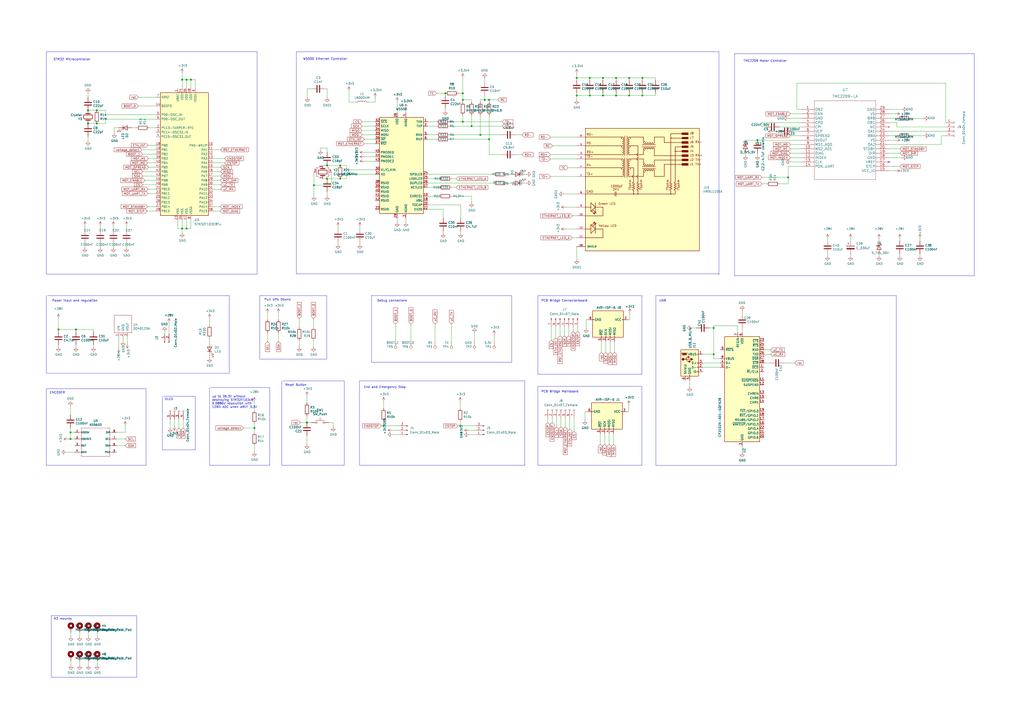
<source format=kicad_sch>
(kicad_sch (version 20230121) (generator eeschema)
  (paper "A2")
  (title_block (title "ETHERSWEEP 4") (rev "4.0.1") (company "github.com/neumi"))
  (junction (at 40.894 250.825))
  (junction (at 222.504 247.015))
  (junction (at 268.478 57.912))
  (junction (at 281.178 57.912))
  (junction (at 105.664 46.228))
  (junction (at 108.204 46.228))
  (junction (at 105.664 132.588))
  (junction (at 56.134 64.008))
  (junction (at 357.378 55.372))
  (junction (at 283.718 57.912))
  (junction (at 457.2 102.87))
  (junction (at 51.054 71.628))
  (junction (at 334.518 45.212))
  (junction (at 266.954 247.015))
  (junction (at 197.358 103.632))
  (junction (at 268.478 54.102))
  (junction (at 110.744 46.228))
  (junction (at 342.138 55.372))
  (junction (at 414.02 205.486))
  (junction (at 283.718 80.772))
  (junction (at 273.558 73.152))
  (junction (at 189.738 103.632))
  (junction (at 372.618 55.372))
  (junction (at 182.118 107.442))
  (junction (at 364.998 45.212))
  (junction (at 51.054 64.008))
  (junction (at 44.069 191.135))
  (junction (at 349.758 45.212))
  (junction (at 342.138 45.212))
  (junction (at 414.02 190.246))
  (junction (at 364.998 55.372))
  (junction (at 33.909 191.135))
  (junction (at 349.758 55.372))
  (junction (at 357.378 45.212))
  (junction (at 108.204 132.588))
  (junction (at 278.638 78.232))
  (junction (at 372.618 45.212))
  (junction (at 178.054 245.11))
  (junction (at 439.42 81.28))
  (junction (at 258.318 54.102))
  (junction (at 189.738 96.012))
  (junction (at 334.518 55.372))
  (junction (at 56.134 71.628))
  (junction (at 197.358 96.012))
  (junction (at 268.478 70.612))
  (junction (at 40.894 254.635))
  (junction (at 147.574 248.285))
  (no_connect (at 515.62 93.98))
  (wire (pts (xy 430.53 258.826) (xy 430.53 262.636)))
  (wire (pts (xy 348.869 198.12) (xy 348.869 204.47)))
  (wire (pts (xy 414.02 188.976) (xy 414.02 190.246)))
  (wire (pts (xy 105.664 46.228) (xy 105.664 42.418)))
  (wire (pts (xy 452.12 106.68) (xy 457.2 106.68)))
  (wire (pts (xy 275.844 249.555) (xy 272.034 249.555)))
  (wire (pts (xy 254.508 113.792) (xy 248.158 113.792)))
  (wire (pts (xy 324.866 194.818) (xy 324.866 189.738)))
  (wire (pts (xy 51.054 79.248) (xy 51.054 81.788)))
  (wire (pts (xy 211.328 88.392) (xy 217.678 88.392)))
  (polyline (pts (xy 113.284 260.985) (xy 94.234 260.985)))
  (wire (pts (xy 85.598 119.888) (xy 90.424 119.888)))
  (polyline (pts (xy 150.749 208.28) (xy 150.749 171.45)))
  (wire (pts (xy 546.1 83.82) (xy 546.1 78.74)))
  (wire (pts (xy 67.564 254.635) (xy 72.644 254.635)))
  (wire (pts (xy 273.558 73.152) (xy 291.338 73.152)))
  (wire (pts (xy 447.04 205.486) (xy 443.23 205.486)))
  (wire (pts (xy 82.804 99.568) (xy 90.424 99.568)))
  (wire (pts (xy 101.219 243.205) (xy 101.219 247.015)))
  (wire (pts (xy 106.299 248.285) (xy 106.299 243.205)))
  (wire (pts (xy 189.738 103.632) (xy 197.358 103.632)))
  (wire (pts (xy 335.026 192.278) (xy 335.026 189.738)))
  (wire (pts (xy 364.998 46.482) (xy 364.998 45.212)))
  (polyline (pts (xy 94.234 229.87) (xy 94.234 260.985)))
  (polyline (pts (xy 171.958 29.972) (xy 417.068 29.972)))
  (wire (pts (xy 82.804 89.408) (xy 90.424 89.408)))
  (wire (pts (xy 515.62 88.9) (xy 521.97 88.9)))
  (wire (pts (xy 217.678 101.092) (xy 201.168 101.092)))
  (polyline (pts (xy 156.464 269.875) (xy 121.539 269.875)))
  (wire (pts (xy 267.208 134.112) (xy 267.208 135.382)))
  (wire (pts (xy 40.894 250.825) (xy 43.434 250.825)))
  (wire (pts (xy 265.684 247.015) (xy 266.954 247.015)))
  (wire (pts (xy 334.518 42.672) (xy 334.518 45.212)))
  (wire (pts (xy 327.406 194.818) (xy 327.406 189.738)))
  (wire (pts (xy 364.998 54.102) (xy 364.998 55.372)))
  (wire (pts (xy 260.858 73.152) (xy 273.558 73.152)))
  (wire (pts (xy 520.192 73.66) (xy 520.192 71.12)))
  (wire (pts (xy 357.378 55.372) (xy 364.998 55.372)))
  (wire (pts (xy 253.238 80.772) (xy 248.158 80.772)))
  (wire (pts (xy 41.148 383.286) (xy 41.148 385.826)))
  (polyline (pts (xy 84.709 225.425) (xy 84.709 269.875)))
  (wire (pts (xy 521.97 147.32) (xy 521.97 148.59)))
  (wire (pts (xy 51.308 383.286) (xy 51.308 385.826)))
  (wire (pts (xy 82.804 102.108) (xy 90.424 102.108)))
  (wire (pts (xy 520.7 68.58) (xy 515.62 68.58)))
  (wire (pts (xy 330.454 242.57) (xy 330.454 248.92)))
  (polyline (pts (xy 29.718 357.251) (xy 29.718 392.811)))
  (wire (pts (xy 202.438 52.832) (xy 202.438 59.182)))
  (polyline (pts (xy 26.924 225.425) (xy 84.709 225.425)))
  (polyline (pts (xy 296.799 171.45) (xy 296.799 210.185)))
  (wire (pts (xy 201.168 96.012) (xy 197.358 96.012)))
  (wire (pts (xy 258.318 55.372) (xy 258.318 54.102)))
  (wire (pts (xy 123.444 122.428) (xy 127.762 122.428)))
  (polyline (pts (xy 121.539 224.79) (xy 121.539 269.875)))
  (wire (pts (xy 380.238 55.372) (xy 380.238 54.102)))
  (wire (pts (xy 349.758 45.212) (xy 342.138 45.212)))
  (wire (pts (xy 248.158 118.872) (xy 267.208 118.872)))
  (wire (pts (xy 123.444 94.488) (xy 130.302 94.488)))
  (wire (pts (xy 121.539 206.375) (xy 121.539 207.645)))
  (wire (pts (xy 430.53 182.626) (xy 430.53 180.086)))
  (wire (pts (xy 372.618 45.212) (xy 364.998 45.212)))
  (wire (pts (xy 356.489 198.12) (xy 356.489 204.47)))
  (wire (pts (xy 258.318 62.992) (xy 258.318 64.262)))
  (wire (pts (xy 253.238 54.102) (xy 258.318 54.102)))
  (polyline (pts (xy 163.449 220.98) (xy 163.449 269.875)))
  (wire (pts (xy 56.134 64.008) (xy 61.214 64.008)))
  (polyline (pts (xy 565.15 160.02) (xy 565.15 31.115)))
  (wire (pts (xy 217.678 83.312) (xy 211.328 83.312)))
  (polyline (pts (xy 426.085 31.115) (xy 565.15 31.115)))
  (wire (pts (xy 319.278 89.662) (xy 334.518 89.662)))
  (wire (pts (xy 283.718 66.802) (xy 283.718 80.772)))
  (wire (pts (xy 281.178 45.212) (xy 281.178 47.752)))
  (wire (pts (xy 123.444 104.648) (xy 127.762 104.648)))
  (wire (pts (xy 201.168 98.552) (xy 217.678 98.552)))
  (wire (pts (xy 441.96 71.12) (xy 441.96 73.66)))
  (wire (pts (xy 108.204 127.508) (xy 108.204 132.588)))
  (wire (pts (xy 187.198 96.012) (xy 189.738 96.012)))
  (wire (pts (xy 332.486 192.278) (xy 332.486 189.738)))
  (wire (pts (xy 98.044 193.675) (xy 98.044 187.325)))
  (wire (pts (xy 110.744 132.588) (xy 108.204 132.588)))
  (wire (pts (xy 61.214 66.548) (xy 90.424 66.548)))
  (wire (pts (xy 268.478 70.612) (xy 291.338 70.612)))
  (wire (pts (xy 61.214 64.008) (xy 61.214 66.548)))
  (wire (pts (xy 286.639 198.12) (xy 286.639 194.31)))
  (wire (pts (xy 201.168 101.092) (xy 201.168 103.632)))
  (wire (pts (xy 283.718 89.662) (xy 291.338 89.662)))
  (wire (pts (xy 364.744 238.76) (xy 364.744 234.95)))
  (wire (pts (xy 293.878 106.172) (xy 296.418 106.172)))
  (polyline (pts (xy 426.085 31.115) (xy 426.085 160.02)))
  (wire (pts (xy 210.058 78.232) (xy 217.678 78.232)))
  (wire (pts (xy 210.058 75.692) (xy 217.678 75.692)))
  (wire (pts (xy 334.518 143.002) (xy 334.518 150.622)))
  (wire (pts (xy 161.544 185.42) (xy 161.544 181.61)))
  (wire (pts (xy 103.759 243.205) (xy 103.759 248.285)))
  (wire (pts (xy 452.12 73.66) (xy 464.82 73.66)))
  (wire (pts (xy 334.518 45.212) (xy 334.518 46.482)))
  (wire (pts (xy 322.834 242.57) (xy 322.834 247.65)))
  (wire (pts (xy 432.435 88.9) (xy 432.435 90.17)))
  (wire (pts (xy 222.504 247.015) (xy 222.504 244.475)))
  (wire (pts (xy 192.278 107.442) (xy 182.118 107.442)))
  (wire (pts (xy 178.054 241.3) (xy 178.054 245.11)))
  (polyline (pts (xy 171.958 158.877) (xy 417.068 158.877)))
  (wire (pts (xy 458.47 86.36) (xy 464.82 86.36)))
  (wire (pts (xy 464.82 76.2) (xy 459.74 76.2)))
  (wire (pts (xy 441.96 106.68) (xy 444.5 106.68)))
  (polyline (pts (xy 208.534 220.98) (xy 304.419 220.98)))
  (wire (pts (xy 262.128 103.632) (xy 264.668 103.632)))
  (wire (pts (xy 110.744 127.508) (xy 110.744 132.588)))
  (wire (pts (xy 66.294 74.168) (xy 66.294 77.343)))
  (polyline (pts (xy 417.068 29.972) (xy 417.068 159.512)))
  (wire (pts (xy 332.994 250.19) (xy 332.994 242.57)))
  (wire (pts (xy 33.909 200.025) (xy 33.909 201.295)))
  (wire (pts (xy 123.444 97.028) (xy 127.889 97.028)))
  (polyline (pts (xy 312.039 171.45) (xy 312.039 217.17)))
  (wire (pts (xy 266.954 247.015) (xy 266.954 244.475)))
  (wire (pts (xy 329.946 189.738) (xy 329.946 194.818)))
  (wire (pts (xy 65.786 141.224) (xy 65.786 143.764)))
  (wire (pts (xy 49.276 131.064) (xy 49.276 133.604)))
  (wire (pts (xy 339.979 185.42) (xy 339.979 190.5)))
  (wire (pts (xy 320.548 84.582) (xy 334.518 84.582)))
  (wire (pts (xy 334.518 112.522) (xy 326.898 112.522)))
  (wire (pts (xy 427.99 192.786) (xy 427.99 188.976)))
  (wire (pts (xy 317.754 245.11) (xy 317.754 242.57)))
  (wire (pts (xy 213.868 59.182) (xy 217.678 59.182)))
  (wire (pts (xy 325.374 247.65) (xy 325.374 242.57)))
  (polyline (pts (xy 26.924 29.972) (xy 26.924 159.004)))
  (wire (pts (xy 189.738 85.852) (xy 185.928 85.852)))
  (wire (pts (xy 268.478 59.182) (xy 268.478 57.912)))
  (wire (pts (xy 515.62 81.28) (xy 519.43 81.28)))
  (wire (pts (xy 90.424 112.268) (xy 85.852 112.268)))
  (wire (pts (xy 85.344 122.428) (xy 90.424 122.428)))
  (wire (pts (xy 351.409 198.12) (xy 351.409 204.47)))
  (wire (pts (xy 257.048 134.112) (xy 257.048 135.382)))
  (wire (pts (xy 182.118 99.822) (xy 182.118 107.442)))
  (wire (pts (xy 227.584 252.095) (xy 231.394 252.095)))
  (wire (pts (xy 342.138 45.212) (xy 334.518 45.212)))
  (wire (pts (xy 66.294 74.168) (xy 68.834 74.168)))
  (wire (pts (xy 493.395 147.32) (xy 493.395 148.59)))
  (wire (pts (xy 221.234 247.015) (xy 222.504 247.015)))
  (wire (pts (xy 229.489 187.96) (xy 229.489 198.12)))
  (wire (pts (xy 364.998 45.212) (xy 357.378 45.212)))
  (wire (pts (xy 515.62 86.36) (xy 521.97 86.36)))
  (wire (pts (xy 464.82 91.44) (xy 458.47 91.44)))
  (wire (pts (xy 155.194 185.42) (xy 155.194 181.61)))
  (wire (pts (xy 462.28 63.5) (xy 462.28 48.26)))
  (wire (pts (xy 283.718 57.912) (xy 288.798 57.912)))
  (polyline (pts (xy 149.098 29.972) (xy 26.924 29.972)))
  (wire (pts (xy 457.2 96.52) (xy 457.2 102.87)))
  (wire (pts (xy 464.82 96.52) (xy 457.2 96.52)))
  (wire (pts (xy 414.02 190.246) (xy 414.02 205.486)))
  (polyline (pts (xy 372.364 217.17) (xy 312.039 217.17)))
  (wire (pts (xy 349.758 54.102) (xy 349.758 55.372)))
  (wire (pts (xy 178.308 56.642) (xy 178.308 51.562)))
  (wire (pts (xy 304.038 106.172) (xy 305.308 106.172)))
  (polyline (pts (xy 215.519 210.185) (xy 296.799 210.185)))
  (wire (pts (xy 51.054 56.388) (xy 51.054 53.848)))
  (wire (pts (xy 40.894 248.285) (xy 40.894 250.825)))
  (wire (pts (xy 40.894 240.665) (xy 40.894 235.585)))
  (wire (pts (xy 357.378 46.482) (xy 357.378 45.212)))
  (wire (pts (xy 334.518 137.922) (xy 331.978 137.922)))
  (polyline (pts (xy 189.484 171.45) (xy 189.484 208.28)))
  (wire (pts (xy 201.168 96.012) (xy 201.168 98.552)))
  (wire (pts (xy 105.664 132.588) (xy 103.124 132.588)))
  (wire (pts (xy 65.786 131.064) (xy 65.786 133.604)))
  (polyline (pts (xy 113.284 229.87) (xy 113.284 260.985)))
  (polyline (pts (xy 208.534 269.875) (xy 208.534 220.98)))
  (wire (pts (xy 283.718 80.772) (xy 283.718 89.662)))
  (wire (pts (xy 262.128 108.712) (xy 264.668 108.712)))
  (wire (pts (xy 372.618 54.102) (xy 372.618 55.372)))
  (wire (pts (xy 43.434 254.635) (xy 40.894 254.635)))
  (wire (pts (xy 298.958 78.232) (xy 302.768 78.232)))
  (polyline (pts (xy 372.364 171.45) (xy 372.364 217.17)))
  (polyline (pts (xy 215.519 210.185) (xy 215.519 171.45)))
  (wire (pts (xy 320.294 245.11) (xy 320.294 242.57)))
  (wire (pts (xy 95.504 193.675) (xy 95.504 192.405)))
  (wire (pts (xy 188.468 51.562) (xy 189.738 51.562)))
  (wire (pts (xy 546.1 78.74) (xy 548.64 78.74)))
  (polyline (pts (xy 372.364 269.875) (xy 312.039 269.875)))
  (wire (pts (xy 364.744 238.76) (xy 363.474 238.76)))
  (wire (pts (xy 147.574 248.285) (xy 147.574 250.825)))
  (wire (pts (xy 268.478 54.102) (xy 268.478 57.912)))
  (polyline (pts (xy 380.492 171.45) (xy 519.938 171.45)))
  (wire (pts (xy 439.42 88.9) (xy 439.42 90.17)))
  (wire (pts (xy 319.278 92.202) (xy 334.518 92.202)))
  (wire (pts (xy 334.518 55.372) (xy 334.518 57.912)))
  (polyline (pts (xy 27.559 171.45) (xy 132.969 171.45)))
  (polyline (pts (xy 156.464 224.79) (xy 156.464 269.875)))
  (wire (pts (xy 44.069 191.135) (xy 44.069 192.405)))
  (wire (pts (xy 427.99 188.976) (xy 414.02 188.976)))
  (polyline (pts (xy 312.039 171.45) (xy 372.364 171.45)))
  (wire (pts (xy 110.744 46.228) (xy 113.284 46.228)))
  (wire (pts (xy 432.435 81.28) (xy 439.42 81.28)))
  (polyline (pts (xy 26.924 171.45) (xy 26.924 216.535)))
  (wire (pts (xy 82.804 107.188) (xy 90.424 107.188)))
  (wire (pts (xy 365.379 185.42) (xy 365.379 181.61)))
  (polyline (pts (xy 94.869 229.87) (xy 113.284 229.87)))
  (wire (pts (xy 457.2 102.87) (xy 457.2 106.68)))
  (wire (pts (xy 273.558 57.912) (xy 273.558 59.182)))
  (wire (pts (xy 548.64 48.26) (xy 548.64 71.12)))
  (wire (pts (xy 123.444 99.568) (xy 127.889 99.568)))
  (wire (pts (xy 268.478 45.212) (xy 268.478 54.102)))
  (polyline (pts (xy 199.644 220.98) (xy 199.644 269.875)))
  (wire (pts (xy 178.054 233.68) (xy 178.054 229.87)))
  (wire (pts (xy 174.244 245.11) (xy 178.054 245.11)))
  (wire (pts (xy 329.438 97.282) (xy 334.518 97.282)))
  (wire (pts (xy 193.294 245.11) (xy 193.294 247.65)))
  (wire (pts (xy 33.909 191.135) (xy 44.069 191.135)))
  (wire (pts (xy 298.958 89.662) (xy 302.768 89.662)))
  (wire (pts (xy 372.618 46.482) (xy 372.618 45.212)))
  (wire (pts (xy 357.378 54.102) (xy 357.378 55.372)))
  (wire (pts (xy 72.644 250.825) (xy 72.644 247.015)))
  (wire (pts (xy 278.638 78.232) (xy 291.338 78.232)))
  (wire (pts (xy 33.909 191.135) (xy 33.909 184.785)))
  (wire (pts (xy 123.444 109.728) (xy 128.016 109.728)))
  (wire (pts (xy 41.148 366.776) (xy 41.148 369.316)))
  (wire (pts (xy 515.62 91.44) (xy 523.24 91.44)))
  (wire (pts (xy 350.774 251.46) (xy 350.774 257.81)))
  (wire (pts (xy 192.278 99.822) (xy 192.278 107.442)))
  (polyline (pts (xy 426.085 160.02) (xy 565.15 160.02)))
  (wire (pts (xy 123.444 91.948) (xy 130.302 91.948)))
  (wire (pts (xy 515.62 66.04) (xy 519.43 66.04)))
  (wire (pts (xy 43.434 262.255) (xy 38.354 262.255)))
  (wire (pts (xy 54.229 200.025) (xy 54.229 201.295)))
  (wire (pts (xy 521.97 138.43) (xy 521.97 139.7)))
  (wire (pts (xy 73.406 131.064) (xy 73.406 133.604)))
  (wire (pts (xy 262.128 113.792) (xy 273.558 113.792)))
  (polyline (pts (xy 149.098 29.972) (xy 149.098 159.004)))
  (wire (pts (xy 493.395 138.43) (xy 493.395 139.7)))
  (wire (pts (xy 252.349 198.12) (xy 252.349 187.96)))
  (wire (pts (xy 51.054 71.628) (xy 56.134 71.628)))
  (wire (pts (xy 520.192 71.12) (xy 515.62 71.12)))
  (wire (pts (xy 185.928 85.852) (xy 185.928 87.122)))
  (wire (pts (xy 260.858 78.232) (xy 278.638 78.232)))
  (wire (pts (xy 319.278 102.362) (xy 334.518 102.362)))
  (wire (pts (xy 334.518 54.102) (xy 334.518 55.372)))
  (wire (pts (xy 108.204 46.228) (xy 108.204 51.308)))
  (wire (pts (xy 464.82 81.28) (xy 439.42 81.28)))
  (wire (pts (xy 110.744 46.228) (xy 110.744 51.308)))
  (wire (pts (xy 353.314 257.81) (xy 353.314 251.46)))
  (polyline (pts (xy 29.718 357.251) (xy 79.248 357.251)))
  (wire (pts (xy 521.97 96.52) (xy 515.62 96.52)))
  (wire (pts (xy 464.82 83.82) (xy 458.47 83.82)))
  (wire (pts (xy 452.12 76.2) (xy 448.31 76.2)))
  (wire (pts (xy 222.504 247.015) (xy 231.394 247.015)))
  (wire (pts (xy 73.914 195.58) (xy 73.914 199.39)))
  (wire (pts (xy 515.62 99.06) (xy 519.43 99.06)))
  (wire (pts (xy 61.214 69.088) (xy 61.214 71.628)))
  (wire (pts (xy 46.228 383.286) (xy 46.228 385.826)))
  (polyline (pts (xy 164.084 220.98) (xy 199.644 220.98)))
  (wire (pts (xy 454.66 210.566) (xy 461.01 210.566)))
  (wire (pts (xy 105.664 46.228) (xy 108.204 46.228)))
  (wire (pts (xy 202.438 59.182) (xy 206.248 59.182)))
  (wire (pts (xy 414.02 190.246) (xy 411.48 190.246)))
  (wire (pts (xy 357.378 45.212) (xy 349.758 45.212)))
  (wire (pts (xy 217.678 59.182) (xy 217.678 56.642)))
  (wire (pts (xy 278.638 59.182) (xy 278.638 57.912)))
  (wire (pts (xy 319.278 79.502) (xy 334.518 79.502)))
  (wire (pts (xy 161.544 198.12) (xy 161.544 193.04)))
  (wire (pts (xy 40.894 254.635) (xy 39.624 254.635)))
  (wire (pts (xy 348.234 251.46) (xy 348.234 257.81)))
  (polyline (pts (xy 304.419 220.98) (xy 304.419 269.875)))
  (wire (pts (xy 380.238 45.212) (xy 372.618 45.212)))
  (wire (pts (xy 464.82 63.5) (xy 462.28 63.5)))
  (wire (pts (xy 51.308 366.776) (xy 51.308 369.316)))
  (wire (pts (xy 123.444 102.108) (xy 127.889 102.108)))
  (wire (pts (xy 353.949 204.47) (xy 353.949 198.12)))
  (wire (pts (xy 103.124 132.588) (xy 103.124 127.508)))
  (polyline (pts (xy 519.938 171.45) (xy 519.938 270.002)))
  (wire (pts (xy 78.994 74.168) (xy 76.454 74.168)))
  (wire (pts (xy 266.954 236.855) (xy 266.954 233.045)))
  (wire (pts (xy 278.638 66.802) (xy 278.638 78.232)))
  (wire (pts (xy 123.444 86.868) (xy 128.016 86.868)))
  (wire (pts (xy 178.308 51.562) (xy 180.848 51.562)))
  (wire (pts (xy 230.378 59.182) (xy 230.378 65.532)))
  (wire (pts (xy 319.786 197.358) (xy 319.786 189.738)))
  (wire (pts (xy 248.158 101.092) (xy 286.258 101.092)))
  (wire (pts (xy 73.406 141.224) (xy 73.406 143.764)))
  (wire (pts (xy 208.788 140.462) (xy 208.788 141.732)))
  (wire (pts (xy 281.178 55.372) (xy 281.178 57.912)))
  (wire (pts (xy 33.909 191.135) (xy 33.909 192.405)))
  (wire (pts (xy 443.23 210.566) (xy 447.04 210.566)))
  (wire (pts (xy 265.938 54.102) (xy 268.478 54.102)))
  (wire (pts (xy 189.738 96.012) (xy 197.358 96.012)))
  (wire (pts (xy 68.834 195.58) (xy 68.834 201.93)))
  (wire (pts (xy 67.564 250.825) (xy 72.644 250.825)))
  (wire (pts (xy 441.96 102.87) (xy 457.2 102.87)))
  (wire (pts (xy 80.264 61.468) (xy 90.424 61.468)))
  (wire (pts (xy 90.424 109.728) (xy 85.852 109.728)))
  (wire (pts (xy 80.264 56.388) (xy 90.424 56.388)))
  (wire (pts (xy 90.424 104.648) (xy 84.074 104.648)))
  (wire (pts (xy 108.204 46.228) (xy 110.744 46.228)))
  (wire (pts (xy 464.82 66.04) (xy 458.47 66.04)))
  (wire (pts (xy 208.788 131.572) (xy 208.788 132.842)))
  (wire (pts (xy 222.504 236.855) (xy 222.504 233.045)))
  (wire (pts (xy 173.609 184.785) (xy 173.609 189.865)))
  (wire (pts (xy 121.539 188.595) (xy 121.539 184.785)))
  (polyline (pts (xy 150.749 171.45) (xy 189.484 171.45)))
  (wire (pts (xy 417.83 208.026) (xy 414.02 208.026)))
  (wire (pts (xy 267.208 118.872) (xy 267.208 126.492)))
  (wire (pts (xy 90.424 86.868) (xy 82.296 86.868)))
  (wire (pts (xy 464.82 88.9) (xy 458.47 88.9)))
  (wire (pts (xy 187.198 103.632) (xy 189.738 103.632)))
  (wire (pts (xy 40.894 254.635) (xy 40.894 250.825)))
  (wire (pts (xy 414.02 208.026) (xy 414.02 205.486)))
  (wire (pts (xy 520.7 78.74) (xy 515.62 78.74)))
  (wire (pts (xy 441.96 73.66) (xy 444.5 73.66)))
  (polyline (pts (xy 79.248 392.811) (xy 79.248 357.251)))
  (wire (pts (xy 248.158 106.172) (xy 286.258 106.172)))
  (wire (pts (xy 334.518 125.222) (xy 331.978 125.222)))
  (wire (pts (xy 464.82 71.12) (xy 441.96 71.12)))
  (wire (pts (xy 189.738 88.392) (xy 189.738 85.852)))
  (polyline (pts (xy 189.484 208.28) (xy 150.749 208.28)))
  (polyline (pts (xy 312.039 224.155) (xy 372.364 224.155)))
  (wire (pts (xy 230.378 126.492) (xy 230.378 129.032)))
  (wire (pts (xy 533.654 138.43) (xy 533.654 139.7)))
  (wire (pts (xy 281.178 57.912) (xy 283.718 57.912)))
  (wire (pts (xy 147.574 258.445) (xy 147.574 262.255)))
  (wire (pts (xy 248.158 70.612) (xy 253.238 70.612)))
  (wire (pts (xy 304.038 101.092) (xy 305.308 101.092)))
  (wire (pts (xy 327.914 247.65) (xy 327.914 242.57)))
  (polyline (pts (xy 215.519 171.45) (xy 296.799 171.45)))
  (wire (pts (xy 462.28 48.26) (xy 548.64 48.26)))
  (wire (pts (xy 71.374 195.58) (xy 71.374 198.12)))
  (wire (pts (xy 51.054 64.008) (xy 56.134 64.008)))
  (wire (pts (xy 105.664 46.228) (xy 105.664 51.308)))
  (wire (pts (xy 283.718 57.912) (xy 283.718 59.182)))
  (wire (pts (xy 235.458 126.492) (xy 235.458 129.032)))
  (wire (pts (xy 56.134 71.628) (xy 61.214 71.628)))
  (wire (pts (xy 400.05 220.726) (xy 400.05 224.536)))
  (wire (pts (xy 443.23 202.946) (xy 447.04 202.946)))
  (wire (pts (xy 364.998 55.372) (xy 372.618 55.372)))
  (wire (pts (xy 260.858 80.772) (xy 283.718 80.772)))
  (wire (pts (xy 414.02 205.486) (xy 407.67 205.486)))
  (wire (pts (xy 85.598 94.488) (xy 90.424 94.488)))
  (wire (pts (xy 520.192 73.66) (xy 548.64 73.66)))
  (wire (pts (xy 528.32 78.74) (xy 535.94 78.74)))
  (wire (pts (xy 211.328 90.932) (xy 217.678 90.932)))
  (polyline (pts (xy 84.709 269.875) (xy 26.924 269.875)))
  (wire (pts (xy 58.166 131.064) (xy 58.166 133.604)))
  (wire (pts (xy 266.954 247.015) (xy 275.844 247.015)))
  (wire (pts (xy 278.638 57.912) (xy 281.178 57.912)))
  (wire (pts (xy 235.458 62.992) (xy 235.458 65.532)))
  (polyline (pts (xy 380.492 171.45) (xy 380.492 270.002)))
  (polyline (pts (xy 372.364 224.155) (xy 372.364 269.875)))
  (wire (pts (xy 211.328 93.472) (xy 217.678 93.472)))
  (wire (pts (xy 54.229 191.135) (xy 54.229 192.405)))
  (wire (pts (xy 509.905 138.43) (xy 509.905 139.7)))
  (wire (pts (xy 58.166 141.224) (xy 58.166 143.764)))
  (wire (pts (xy 238.379 187.96) (xy 238.379 198.12)))
  (wire (pts (xy 182.118 107.442) (xy 182.118 113.792)))
  (wire (pts (xy 464.82 78.74) (xy 458.47 78.74)))
  (wire (pts (xy 261.874 187.96) (xy 261.874 198.12)))
  (wire (pts (xy 334.518 55.372) (xy 342.138 55.372)))
  (wire (pts (xy 44.069 200.025) (xy 44.069 201.295)))
  (wire (pts (xy 430.53 192.786) (xy 430.53 190.246)))
  (polyline (pts (xy 312.039 224.155) (xy 312.039 269.875)))
  (wire (pts (xy 272.034 252.095) (xy 275.844 252.095)))
  (wire (pts (xy 196.088 131.572) (xy 196.088 132.842)))
  (wire (pts (xy 339.344 238.76) (xy 339.344 243.84)))
  (wire (pts (xy 123.444 107.188) (xy 128.016 107.188)))
  (wire (pts (xy 61.214 69.088) (xy 90.424 69.088)))
  (wire (pts (xy 196.088 140.462) (xy 196.088 141.732)))
  (wire (pts (xy 98.679 243.205) (xy 98.679 248.285)))
  (wire (pts (xy 268.478 66.802) (xy 268.478 70.612)))
  (wire (pts (xy 231.394 249.555) (xy 227.584 249.555)))
  (wire (pts (xy 105.664 132.588) (xy 105.664 135.128)))
  (wire (pts (xy 528.32 68.58) (xy 535.94 68.58)))
  (polyline (pts (xy 26.924 159.004) (xy 149.098 159.004)))
  (wire (pts (xy 273.558 113.792) (xy 273.558 117.602)))
  (wire (pts (xy 403.86 190.246) (xy 401.32 190.246)))
  (wire (pts (xy 342.138 46.482) (xy 342.138 45.212)))
  (wire (pts (xy 342.138 54.102) (xy 342.138 55.372)))
  (wire (pts (xy 275.209 198.12) (xy 275.209 193.04)))
  (wire (pts (xy 86.106 97.028) (xy 90.424 97.028)))
  (polyline (pts (xy 171.958 158.877) (xy 171.958 29.972)))
  (polyline (pts (xy 122.174 224.79) (xy 156.464 224.79)))
  (wire (pts (xy 372.618 55.372) (xy 380.238 55.372)))
  (polyline (pts (xy 304.419 269.875) (xy 208.534 269.875)))
  (wire (pts (xy 341.249 185.42) (xy 339.979 185.42)))
  (wire (pts (xy 155.194 193.04) (xy 155.194 198.12)))
  (wire (pts (xy 464.82 93.98) (xy 458.47 93.98)))
  (wire (pts (xy 46.228 366.776) (xy 46.228 369.316)))
  (polyline (pts (xy 519.938 270.002) (xy 380.492 270.002)))
  (wire (pts (xy 515.62 76.2) (xy 548.64 76.2)))
  (wire (pts (xy 90.424 84.328) (xy 85.852 84.328)))
  (wire (pts (xy 105.664 127.508) (xy 105.664 132.588)))
  (polyline (pts (xy 29.718 392.811) (xy 79.248 392.811)))
  (polyline (pts (xy 26.924 225.425) (xy 26.924 269.875)))
  (wire (pts (xy 86.106 91.948) (xy 90.424 91.948)))
  (wire (pts (xy 90.424 74.168) (xy 86.614 74.168)))
  (wire (pts (xy 178.054 252.73) (xy 178.054 257.81)))
  (wire (pts (xy 480.06 147.32) (xy 480.06 148.59)))
  (wire (pts (xy 147.574 238.125) (xy 147.574 233.045)))
  (wire (pts (xy 189.738 51.562) (xy 189.738 56.642)))
  (wire (pts (xy 257.048 121.412) (xy 257.048 126.492)))
  (wire (pts (xy 273.558 66.802) (xy 273.558 73.152)))
  (wire (pts (xy 509.905 147.32) (xy 509.905 148.59)))
  (wire (pts (xy 464.82 68.58) (xy 457.2 68.58)))
  (wire (pts (xy 515.62 83.82) (xy 546.1 83.82)))
  (wire (pts (xy 349.758 55.372) (xy 357.378 55.372)))
  (wire (pts (xy 105.664 132.588) (xy 108.204 132.588)))
  (wire (pts (xy 365.379 185.42) (xy 364.109 185.42)))
  (wire (pts (xy 355.854 251.46) (xy 355.854 257.81)))
  (wire (pts (xy 293.878 101.092) (xy 296.418 101.092)))
  (wire (pts (xy 515.62 63.5) (xy 523.24 63.5)))
  (wire (pts (xy 268.478 57.912) (xy 273.558 57.912)))
  (polyline (pts (xy 199.644 269.875) (xy 163.449 269.875)))
  (wire (pts (xy 340.614 238.76) (xy 339.344 238.76)))
  (wire (pts (xy 380.238 46.482) (xy 380.238 45.212)))
  (wire (pts (xy 197.358 103.632) (xy 201.168 103.632)))
  (wire (pts (xy 56.388 366.776) (xy 56.388 369.316)))
  (wire (pts (xy 480.06 138.43) (xy 480.06 139.7)))
  (wire (pts (xy 210.058 70.612) (xy 217.678 70.612)))
  (wire (pts (xy 328.168 120.142) (xy 334.518 120.142)))
  (wire (pts (xy 322.326 189.738) (xy 322.326 196.088)))
  (wire (pts (xy 417.83 213.106) (xy 407.67 213.106)))
  (wire (pts (xy 248.158 103.632) (xy 254.508 103.632)))
  (wire (pts (xy 44.069 191.135) (xy 54.229 191.135)))
  (wire (pts (xy 127.762 119.888) (xy 123.444 119.888)))
  (wire (pts (xy 49.276 141.224) (xy 49.276 143.764)))
  (wire (pts (xy 181.864 189.865) (xy 181.864 184.785)))
  (wire (pts (xy 113.284 46.228) (xy 113.284 51.308)))
  (wire (pts (xy 56.388 383.286) (xy 56.388 385.826)))
  (wire (pts (xy 72.644 258.445) (xy 67.564 258.445)))
  (wire (pts (xy 190.754 245.11) (xy 193.294 245.11)))
  (wire (pts (xy 260.858 70.612) (xy 268.478 70.612)))
  (wire (pts (xy 173.609 197.485) (xy 173.609 201.295)))
  (wire (pts (xy 407.67 210.566) (xy 417.83 210.566)))
  (wire (pts (xy 181.864 197.485) (xy 181.864 201.295)))
  (wire (pts (xy 342.138 55.372) (xy 349.758 55.372)))
  (wire (pts (xy 141.224 248.285) (xy 147.574 248.285)))
  (wire (pts (xy 178.054 245.11) (xy 180.594 245.11)))
  (wire (pts (xy 248.158 108.712) (xy 254.508 108.712)))
  (wire (pts (xy 189.738 111.252) (xy 189.738 113.792)))
  (wire (pts (xy 210.058 73.152) (xy 217.678 73.152)))
  (wire (pts (xy 248.158 78.232) (xy 253.238 78.232)))
  (wire (pts (xy 253.238 73.152) (xy 248.158 73.152)))
  (wire (pts (xy 328.168 132.842) (xy 334.518 132.842)))
  (polyline (pts (xy 132.969 171.45) (xy 132.969 216.535)))
  (wire (pts (xy 248.158 121.412) (xy 257.048 121.412)))
  (wire (pts (xy 121.539 196.215) (xy 121.539 198.755)))
  (wire (pts (xy 349.758 46.482) (xy 349.758 45.212)))
  (wire (pts (xy 217.678 80.772) (xy 211.328 80.772)))
  (wire (pts (xy 147.574 245.745) (xy 147.574 248.285)))
  (wire (pts (xy 533.654 147.32) (xy 533.654 148.59)))
  (polyline (pts (xy 132.969 216.535) (xy 26.924 216.535)))
  (text "USB" (at 382.397 175.26 0) (effects (font (size 1.27 1.27)) (justify left bottom)))
  (text "W5500 Ethernet Controller" (at 175.768 35.052 0) (effects (font (size 1.27 1.27)) (justify left bottom)))
  (text "M3 mounts" (at 30.988 359.791 0) (effects (font (size 1.27 1.27)) (justify left bottom)))
  (text "OLED" (at 95.504 232.41 0) (effects (font (size 1.27 1.27)) (justify left bottom)))
  (text "End and Emergency Stop" (at 211.074 225.425 0) (effects (font (size 1.27 1.27)) (justify left bottom)))
  (text "Power input and regulation" (at 30.099 175.26 0) (effects (font (size 1.27 1.27)) (justify left bottom)))
  (text "PCB Bridge Connectorboard" (at 313.944 175.26 0) (effects (font (size 1.27 1.27)) (justify left bottom)))
  (text "ENCODER" (at 28.829 228.6 0) (effects (font (size 1.27 1.27)) (justify left bottom)))
  (text "TMC2209 Motor Controller" (at 431.165 36.195 0) (effects (font (size 1.27 1.27)) (justify left bottom)))
  (text "Debug connectors" (at 218.694 175.26 0) (effects (font (size 1.27 1.27)) (justify left bottom)))
  (text "Pull UPs Downs\n" (at 153.289 174.625 0) (effects (font (size 1.27 1.27)) (justify left bottom)))
  (text "STM32 Microcontroller" (at 30.988 35.306 0) (effects (font (size 1.27 1.27)) (justify left bottom)))
  (text "up to 36.3V without \ndestroying STM32F103c8 \n0,0886V resolution with \n12Bit ADC when aREF 3.3V" (at 122.936 236.982 0) (effects (font (size 1.27 1.27)) (justify left bottom)))
  (text "Reset Button" (at 165.354 224.155 0) (effects (font (size 1.27 1.27)) (justify left bottom)))
  (text "PCB Bridge Mainboard" (at 313.944 227.965 0) (effects (font (size 1.27 1.27)) (justify left bottom)))
  (global_label "TD-" (shape input) (at 291.338 70.612 0) (property "Intersheetrefs" "${INTERSHEET_REFS}" (effects hide)))
  (global_label "RST_ETHERNET" (shape input) (at 211.328 83.312 180) (property "Intersheetrefs" "${INTERSHEET_REFS}" (effects hide)))
  (global_label "TC" (shape input) (at 329.438 97.282 180) (property "Intersheetrefs" "${INTERSHEET_REFS}" (effects hide)))
  (global_label "MOSI" (shape input) (at 353.949 204.47 270) (property "Intersheetrefs" "${INTERSHEET_REFS}" (effects hide)))
  (global_label "MOT_UART_RX" (shape input) (at 441.96 102.87 180) (property "Intersheetrefs" "${INTERSHEET_REFS}" (effects hide)))
  (global_label "MOT_M0" (shape input) (at 458.47 83.82 180) (property "Intersheetrefs" "${INTERSHEET_REFS}" (effects hide)))
  (global_label "rst" (shape input) (at 348.234 257.81 270) (property "Intersheetrefs" "${INTERSHEET_REFS}" (effects hide)))
  (global_label "uC_TX" (shape input) (at 447.04 202.946 0) (property "Intersheetrefs" "${INTERSHEET_REFS}" (effects hide)))
  (global_label "MOT_INDEX" (shape input) (at 458.47 91.44 180) (property "Intersheetrefs" "${INTERSHEET_REFS}" (effects hide)))
  (global_label "MOT_DIR" (shape input) (at 521.97 88.9 0) (property "Intersheetrefs" "${INTERSHEET_REFS}" (effects hide)))
  (global_label "SCL" (shape input) (at 329.946 194.818 270) (property "Intersheetrefs" "${INTERSHEET_REFS}" (effects hide)))
  (global_label "TD+" (shape input) (at 319.278 102.362 180) (property "Intersheetrefs" "${INTERSHEET_REFS}" (effects hide)))
  (global_label "MOSI" (shape input) (at 353.314 257.81 270) (property "Intersheetrefs" "${INTERSHEET_REFS}" (effects hide)))
  (global_label "TD+" (shape input) (at 291.338 73.152 0) (property "Intersheetrefs" "${INTERSHEET_REFS}" (effects hide)))
  (global_label "RC" (shape input) (at 320.548 84.582 180) (property "Intersheetrefs" "${INTERSHEET_REFS}" (effects hide)))
  (global_label "RST_ETHERNET" (shape input) (at 128.016 86.868 0) (property "Intersheetrefs" "${INTERSHEET_REFS}" (effects hide)))
  (global_label "ENDSTOP" (shape input) (at 332.486 192.278 270) (property "Intersheetrefs" "${INTERSHEET_REFS}" (effects hide)))
  (global_label "MISO" (shape input) (at 355.854 257.81 270) (property "Intersheetrefs" "${INTERSHEET_REFS}" (effects hide)))
  (global_label "uC_RX" (shape input) (at 128.016 109.728 0) (property "Intersheetrefs" "${INTERSHEET_REFS}" (effects hide)))
  (global_label "rst" (shape input) (at 461.01 210.566 0) (property "Intersheetrefs" "${INTERSHEET_REFS}" (effects hide)))
  (global_label "SCK" (shape input) (at 210.058 73.152 180) (property "Intersheetrefs" "${INTERSHEET_REFS}" (effects hide)))
  (global_label "ENDSTOP" (shape input) (at 130.302 91.948 0) (property "Intersheetrefs" "${INTERSHEET_REFS}" (effects hide)))
  (global_label "RST_ETHERNET" (shape input) (at 327.914 247.65 270) (property "Intersheetrefs" "${INTERSHEET_REFS}" (effects hide)))
  (global_label "RD+" (shape input) (at 302.768 89.662 0) (property "Intersheetrefs" "${INTERSHEET_REFS}" (effects hide)))
  (global_label "uC_TX" (shape input) (at 261.874 187.96 90) (property "Intersheetrefs" "${INTERSHEET_REFS}" (effects hide)))
  (global_label "BOOT_1" (shape input) (at 82.804 89.408 180) (property "Intersheetrefs" "${INTERSHEET_REFS}" (effects hide)))
  (global_label "ETHERNET_LED_A" (shape input) (at 331.978 137.922 180) (property "Intersheetrefs" "${INTERSHEET_REFS}" (effects hide)))
  (global_label "SCL" (shape input) (at 82.804 99.568 180) (property "Intersheetrefs" "${INTERSHEET_REFS}" (effects hide)))
  (global_label "ETH_INT" (shape input) (at 211.328 80.772 180) (property "Intersheetrefs" "${INTERSHEET_REFS}" (effects hide)))
  (global_label "MOT_M0" (shape input) (at 85.598 94.488 180) (property "Intersheetrefs" "${INTERSHEET_REFS}" (effects hide)))
  (global_label "CS" (shape input) (at 319.786 197.358 270) (property "Intersheetrefs" "${INTERSHEET_REFS}" (effects hide)))
  (global_label "MOT_UART_RX" (shape input) (at 85.852 109.728 180) (property "Intersheetrefs" "${INTERSHEET_REFS}" (effects hide)))
  (global_label "SDA" (shape input) (at 325.374 247.65 270) (property "Intersheetrefs" "${INTERSHEET_REFS}" (effects hide)))
  (global_label "ESTOP" (shape input) (at 335.026 192.278 270) (property "Intersheetrefs" "${INTERSHEET_REFS}" (effects hide)))
  (global_label "MOT_UART_TX" (shape input) (at 85.852 112.268 180) (property "Intersheetrefs" "${INTERSHEET_REFS}" (effects hide)))
  (global_label "MOT_UART_TX" (shape input) (at 441.96 106.68 180) (property "Intersheetrefs" "${INTERSHEET_REFS}" (effects hide)))
  (global_label "BOOT_0" (shape input) (at 80.264 61.468 180) (property "Intersheetrefs" "${INTERSHEET_REFS}" (effects hide)))
  (global_label "MOT_STEP" (shape input) (at 85.344 122.428 180) (property "Intersheetrefs" "${INTERSHEET_REFS}" (effects hide)))
  (global_label "BOOT_0" (shape input) (at 181.864 184.785 90) (property "Intersheetrefs" "${INTERSHEET_REFS}" (effects hide)))
  (global_label "BOOT_0" (shape input) (at 238.379 187.96 90) (property "Intersheetrefs" "${INTERSHEET_REFS}" (effects hide)))
  (global_label "RD+" (shape input) (at 319.278 89.662 180) (property "Intersheetrefs" "${INTERSHEET_REFS}" (effects hide)))
  (global_label "MISO" (shape input) (at 210.058 75.692 180) (property "Intersheetrefs" "${INTERSHEET_REFS}" (effects hide)))
  (global_label "MOT_ENABLE" (shape input) (at 458.47 66.04 180) (property "Intersheetrefs" "${INTERSHEET_REFS}" (effects hide)))
  (global_label "voltage_detect" (shape input) (at 141.224 248.285 180) (property "Intersheetrefs" "${INTERSHEET_REFS}" (effects hide)))
  (global_label "voltage_detect" (shape input) (at 82.296 86.868 180) (property "Intersheetrefs" "${INTERSHEET_REFS}" (effects hide)))
  (global_label "SDA" (shape input) (at 72.644 258.445 0) (property "Intersheetrefs" "${INTERSHEET_REFS}" (effects hide)))
  (global_label "MOT_M1" (shape input) (at 458.47 86.36 180) (property "Intersheetrefs" "${INTERSHEET_REFS}" (effects hide)))
  (global_label "MOT_INDEX" (shape input) (at 127.762 119.888 0) (property "Intersheetrefs" "${INTERSHEET_REFS}" (effects hide)))
  (global_label "ETH_INT" (shape input) (at 322.326 196.088 270) (property "Intersheetrefs" "${INTERSHEET_REFS}" (effects hide)))
  (global_label "SCK" (shape input) (at 351.409 204.47 270) (property "Intersheetrefs" "${INTERSHEET_REFS}" (effects hide)))
  (global_label "uC_RX" (shape input) (at 447.04 205.486 0) (property "Intersheetrefs" "${INTERSHEET_REFS}" (effects hide)))
  (global_label "CS" (shape input) (at 332.994 250.19 270) (property "Intersheetrefs" "${INTERSHEET_REFS}" (effects hide)))
  (global_label "SDA" (shape input) (at 161.544 198.12 270) (property "Intersheetrefs" "${INTERSHEET_REFS}" (effects hide)))
  (global_label "SCL" (shape input) (at 155.194 198.12 270) (property "Intersheetrefs" "${INTERSHEET_REFS}" (effects hide)))
  (global_label "CS" (shape input) (at 210.058 70.612 180) (property "Intersheetrefs" "${INTERSHEET_REFS}" (effects hide)))
  (global_label "MOT_STANDBY" (shape input) (at 85.598 119.888 180) (property "Intersheetrefs" "${INTERSHEET_REFS}" (effects hide)))
  (global_label "ENDSTOP" (shape input) (at 320.294 245.11 270) (property "Intersheetrefs" "${INTERSHEET_REFS}" (effects hide)))
  (global_label "SCL" (shape input) (at 72.644 254.635 0) (property "Intersheetrefs" "${INTERSHEET_REFS}" (effects hide)))
  (global_label "MOT_SPREAD" (shape input) (at 458.47 78.74 180) (property "Intersheetrefs" "${INTERSHEET_REFS}" (effects hide)))
  (global_label "uC_RX" (shape input) (at 252.349 187.96 90) (property "Intersheetrefs" "${INTERSHEET_REFS}" (effects hide)))
  (global_label "ESTOP" (shape input) (at 130.302 94.488 0) (property "Intersheetrefs" "${INTERSHEET_REFS}" (effects hide)))
  (global_label "SCK" (shape input) (at 350.774 257.81 270) (property "Intersheetrefs" "${INTERSHEET_REFS}" (effects hide)))
  (global_label "MOSI" (shape input) (at 127.889 102.108 0) (property "Intersheetrefs" "${INTERSHEET_REFS}" (effects hide)))
  (global_label "MOT_M1" (shape input) (at 86.106 91.948 180) (property "Intersheetrefs" "${INTERSHEET_REFS}" (effects hide)))
  (global_label "BOOT_1" (shape input) (at 229.489 187.96 90) (property "Intersheetrefs" "${INTERSHEET_REFS}" (effects hide)))
  (global_label "CS" (shape input) (at 82.804 107.188 180) (property "Intersheetrefs" "${INTERSHEET_REFS}" (effects hide)))
  (global_label "BOOT_1" (shape input) (at 173.609 184.785 90) (property "Intersheetrefs" "${INTERSHEET_REFS}" (effects hide)))
  (global_label "MOSI" (shape input) (at 210.058 78.232 180) (property "Intersheetrefs" "${INTERSHEET_REFS}" (effects hide)))
  (global_label "MOT_STANDBY" (shape input) (at 521.97 86.36 0) (property "Intersheetrefs" "${INTERSHEET_REFS}" (effects hide)))
  (global_label "uC_TX" (shape input) (at 128.016 107.188 0) (property "Intersheetrefs" "${INTERSHEET_REFS}" (effects hide)))
  (global_label "MISO" (shape input) (at 356.489 204.47 270) (property "Intersheetrefs" "${INTERSHEET_REFS}" (effects hide)))
  (global_label "rst" (shape input) (at 174.244 245.11 180) (property "Intersheetrefs" "${INTERSHEET_REFS}" (effects hide)))
  (global_label "TD-" (shape input) (at 319.278 92.202 180) (property "Intersheetrefs" "${INTERSHEET_REFS}" (effects hide)))
  (global_label "SDA" (shape input) (at 327.406 194.818 270) (property "Intersheetrefs" "${INTERSHEET_REFS}" (effects hide)))
  (global_label "MOT_DIAG" (shape input) (at 127.762 122.428 0) (property "Intersheetrefs" "${INTERSHEET_REFS}" (effects hide)))
  (global_label "ETHERNET_LED_B" (shape input) (at 264.668 108.712 0) (property "Intersheetrefs" "${INTERSHEET_REFS}" (effects hide)))
  (global_label "RST_ETHERNET" (shape input) (at 324.866 194.818 270) (property "Intersheetrefs" "${INTERSHEET_REFS}" (effects hide)))
  (global_label "MOT_DIR" (shape input) (at 127.762 104.648 0) (property "Intersheetrefs" "${INTERSHEET_REFS}" (effects hide)))
  (global_label "rst" (shape input) (at 348.869 204.47 270) (property "Intersheetrefs" "${INTERSHEET_REFS}" (effects hide)))
  (global_label "RC" (shape input) (at 288.798 57.912 0) (property "Intersheetrefs" "${INTERSHEET_REFS}" (effects hide)))
  (global_label "SCL" (shape input) (at 103.759 248.285 270) (property "Intersheetrefs" "${INTERSHEET_REFS}" (effects hide)))
  (global_label "MOT_SPREAD" (shape input) (at 86.106 97.028 180) (property "Intersheetrefs" "${INTERSHEET_REFS}" (effects hide)))
  (global_label "MOT_DIAG" (shape input) (at 458.47 88.9 180) (property "Intersheetrefs" "${INTERSHEET_REFS}" (effects hide)))
  (global_label "MISO" (shape input) (at 127.889 99.568 0) (property "Intersheetrefs" "${INTERSHEET_REFS}" (effects hide)))
  (global_label "SDA" (shape input) (at 106.299 248.285 270) (property "Intersheetrefs" "${INTERSHEET_REFS}" (effects hide)))
  (global_label "ETH_INT" (shape input) (at 85.852 84.328 180) (property "Intersheetrefs" "${INTERSHEET_REFS}" (effects hide)))
  (global_label "ENDSTOP" (shape input) (at 221.234 247.015 180) (property "Intersheetrefs" "${INTERSHEET_REFS}" (effects hide)))
  (global_label "rst" (shape input) (at 80.264 56.388 180) (property "Intersheetrefs" "${INTERSHEET_REFS}" (effects hide)))
  (global_label "SCL" (shape input) (at 322.834 247.65 270) (property "Intersheetrefs" "${INTERSHEET_REFS}" (effects hide)))
  (global_label "SDA" (shape input) (at 82.804 102.108 180) (property "Intersheetrefs" "${INTERSHEET_REFS}" (effects hide)))
  (global_label "ETHERNET_LED_B" (shape input) (at 331.978 125.222 180) (property "Intersheetrefs" "${INTERSHEET_REFS}" (effects hide)))
  (global_label "SCK" (shape input) (at 127.889 97.028 0) (property "Intersheetrefs" "${INTERSHEET_REFS}" (effects hide)))
  (global_label "ETH_INT" (shape input) (at 330.454 248.92 270) (property "Intersheetrefs" "${INTERSHEET_REFS}" (effects hide)))
  (global_label "RD-" (shape input) (at 319.278 79.502 180) (property "Intersheetrefs" "${INTERSHEET_REFS}" (effects hide)))
  (global_label "ESTOP" (shape input) (at 265.684 247.015 180) (property "Intersheetrefs" "${INTERSHEET_REFS}" (effects hide)))
  (global_label "RD-" (shape input) (at 302.768 78.232 0) (property "Intersheetrefs" "${INTERSHEET_REFS}" (effects hide)))
  (global_label "ETHERNET_LED_A" (shape input) (at 264.668 103.632 0) (property "Intersheetrefs" "${INTERSHEET_REFS}" (effects hide)))
  (global_label "MOT_STEP" (shape input) (at 521.97 96.52 0) (property "Intersheetrefs" "${INTERSHEET_REFS}" (effects hide)))
  (global_label "TC" (shape input) (at 253.238 54.102 180) (property "Intersheetrefs" "${INTERSHEET_REFS}" (effects hide)))
  (global_label "ESTOP" (shape input) (at 317.754 245.11 270) (property "Intersheetrefs" "${INTERSHEET_REFS}" (effects hide)))
  (global_label "MOT_ENABLE" (shape input) (at 84.074 104.648 180) (property "Intersheetrefs" "${INTERSHEET_REFS}" (effects hide)))
  (symbol (lib_id "power:GND") (at 98.679 248.285 0) (unit 1)
    (property "Reference" "#PWR0124" (effects hide))
    (property "Value" "GND" (at 98.806 252.6792 0))
  )
  (symbol (lib_id "Device:Crystal") (at 51.054 67.818 270) (unit 1)
    (property "Reference" "Y3" (at 47.7266 68.9864 90) (effects (justify right)))
    (property "Value" "Crystal" (at 47.7266 66.675 90) (effects (justify right)))
    (property "Footprint" "Crystal:Crystal_SMD_5032-2Pin_5.0x3.2mm" (effects hide))
    (property "LCSC" "C115962" (effects hide))
  )
  (symbol (lib_id "power:GND") (at 147.574 262.255 0) (unit 1)
    (property "Reference" "#PWR0182" (effects hide))
    (property "Value" "GND" (at 147.701 266.6492 0))
  )
  (symbol (lib_id "Device:R") (at 147.574 254.635 0) (unit 1)
    (property "Reference" "R17" (at 149.352 253.4666 0) (effects (justify left)))
    (property "Value" "R1k" (at 149.352 255.778 0) (effects (justify left)))
    (property "Footprint" "Resistor_SMD:R_0402_1005Metric" (effects hide))
    (property "LCSC" "C11702" (effects hide))
  )
  (symbol (lib_id "Device:R") (at 147.574 241.935 0) (unit 1)
    (property "Reference" "R16" (at 149.352 240.7666 0) (effects (justify left)))
    (property "Value" "R10k" (at 149.352 243.078 0) (effects (justify left)))
    (property "Footprint" "Resistor_SMD:R_0402_1005Metric" (effects hide))
    (property "LCSC" "C25744" (effects hide))
  )
  (symbol (lib_id "Device:C") (at 33.909 196.215 0) (unit 1)
    (property "Reference" "C2" (at 36.83 195.0466 0) (effects (justify left)))
    (property "Value" "C4.7uF" (at 36.83 197.358 0) (effects (justify left)))
    (property "Footprint" "Capacitor_SMD:C_1206_3216Metric" (effects hide))
    (property "LCSC" "C29823" (effects hide))
  )
  (symbol (lib_id "Connector:TestPoint") (at 286.639 198.12 180) (unit 1)
    (property "Reference" "TP1" (at 285.1658 201.1172 0) (effects (justify left)))
    (property "Value" "3.3V" (at 285.1658 198.8058 0) (effects (justify left)))
    (property "Footprint" "TestPoint:TestPoint_Pad_D2.0mm" (effects hide))
  )
  (symbol (lib_id "Connector:TestPoint") (at 275.209 198.12 180) (unit 1)
    (property "Reference" "TP2" (at 273.7358 201.1172 0) (effects (justify left)))
    (property "Value" "GND" (at 273.7358 198.8058 0) (effects (justify left)))
    (property "Footprint" "TestPoint:TestPoint_Pad_D2.0mm" (effects hide))
  )
  (symbol (lib_id "power:GND") (at 275.209 193.04 180) (unit 1)
    (property "Reference" "#PWR0143" (effects hide))
    (property "Value" "GND" (at 275.209 189.23 0))
  )
  (symbol (lib_id "Mechanical:MountingHole_Pad") (at 56.388 364.236 0) (unit 1)
    (property "Reference" "H4" (at 58.928 362.9914 0) (effects (justify left)))
    (property "Value" "MountingHole_Pad" (at 58.928 365.3028 0) (effects (justify left)))
    (property "Footprint" "MountingHole:MountingHole_3.2mm_M3_Pad_Via" (effects hide))
  )
  (symbol (lib_id "power:GND") (at 56.388 369.316 0) (unit 1)
    (property "Reference" "#PWR0144" (effects hide))
    (property "Value" "GND" (at 56.515 373.7102 0))
  )
  (symbol (lib_id "Mechanical:MountingHole_Pad") (at 51.308 364.236 0) (unit 1)
    (property "Reference" "H3" (at 53.848 362.9914 0) (effects (justify left)))
    (property "Value" "MountingHole_Pad" (at 53.848 365.3028 0) (effects (justify left)))
    (property "Footprint" "MountingHole:MountingHole_3.2mm_M3_Pad_Via" (effects hide))
  )
  (symbol (lib_id "power:GND") (at 51.308 369.316 0) (unit 1)
    (property "Reference" "#PWR0145" (effects hide))
    (property "Value" "GND" (at 51.435 373.7102 0))
  )
  (symbol (lib_id "power:+3.3V") (at 286.639 194.31 0) (unit 1)
    (property "Reference" "#PWR0181" (effects hide))
    (property "Value" "+3.3V" (at 287.02 189.9158 0))
  )
  (symbol (lib_id "Mechanical:MountingHole_Pad") (at 46.228 364.236 0) (unit 1)
    (property "Reference" "H2" (at 48.768 362.9914 0) (effects (justify left)))
    (property "Value" "MountingHole_Pad" (at 48.768 365.3028 0) (effects (justify left)))
    (property "Footprint" "MountingHole:MountingHole_3.2mm_M3_Pad_Via" (effects hide))
  )
  (symbol (lib_id "power:GND") (at 46.228 369.316 0) (unit 1)
    (property "Reference" "#PWR0146" (effects hide))
    (property "Value" "GND" (at 46.355 373.7102 0))
  )
  (symbol (lib_id "Mechanical:MountingHole_Pad") (at 41.148 364.236 0) (unit 1)
    (property "Reference" "H1" (at 43.688 362.9914 0) (effects (justify left)))
    (property "Value" "MountingHole_Pad" (at 43.688 365.3028 0) (effects (justify left)))
    (property "Footprint" "MountingHole:MountingHole_3.2mm_M3_Pad_Via" (effects hide))
  )
  (symbol (lib_id "power:GND") (at 41.148 369.316 0) (unit 1)
    (property "Reference" "#PWR0147" (effects hide))
    (property "Value" "GND" (at 41.275 373.7102 0))
  )
  (symbol (lib_id "power:+3.3V") (at 39.624 254.635 90) (unit 1)
    (property "Reference" "#PWR0102" (effects hide))
    (property "Value" "+3.3V" (at 35.2298 254.254 0))
  )
  (symbol (lib_id "power:+3.3V") (at 72.644 247.015 0) (unit 1)
    (property "Reference" "#PWR0104" (effects hide))
    (property "Value" "+3.3V" (at 73.025 242.6208 0))
  )
  (symbol (lib_id "power:+3.3V") (at 364.744 234.95 0) (unit 1)
    (property "Reference" "#PWR0111" (effects hide))
    (property "Value" "+3.3V" (at 365.125 230.5558 0))
  )
  (symbol (lib_id "power:+3.3V") (at 101.219 247.015 180) (unit 1)
    (property "Reference" "#PWR0112" (effects hide))
    (property "Value" "+3.3V" (at 100.838 251.4092 0))
  )
  (symbol (lib_id "power:+3.3V") (at 178.054 229.87 0) (unit 1)
    (property "Reference" "#PWR0114" (effects hide))
    (property "Value" "+3.3V" (at 178.435 225.4758 0))
  )
  (symbol (lib_id "Interface_Ethernet:W5500") (at 232.918 96.012 0) (unit 1)
    (property "Reference" "U6" (at 232.918 60.9346 0))
    (property "Value" "W5500" (at 232.918 63.246 0))
    (property "Footprint" "Package_QFP:LQFP-48_7x7mm_P0.5mm" (effects hide))
    (property "Datasheet" "http://wizwiki.net/wiki/lib/exe/fetch.php/products:w5500:w5500_ds_v109e.pdf" (effects hide))
    (property "LCSC" " C32843" (effects hide))
  )
  (symbol (lib_id "Connector:Conn_01x04_Female") (at 101.219 238.125 90) (unit 1)
    (property "Reference" "J3" (at 100.584 236.855 90) (effects (justify right)))
    (property "Value" "Conn_01x04_Female" (at 108.839 236.855 0) (effects (justify right)))
    (property "Footprint" "Connector_PinHeader_2.54mm:PinHeader_1x04_P2.54mm_Vertical" (effects hide))
  )
  (symbol (lib_id "Switch:SW_Push") (at 185.674 245.11 0) (unit 1)
    (property "Reference" "SW1" (at 185.674 237.871 0))
    (property "Value" "SW_Push" (at 185.674 240.1824 0))
    (property "Footprint" "Button_Switch_SMD:SW_SPST_B3U-3000P" (effects hide))
    (property "LCSC" "C963349" (effects hide))
  )
  (symbol (lib_id "power:GND") (at 193.294 247.65 0) (unit 1)
    (property "Reference" "#PWR0103" (effects hide))
    (property "Value" "GND" (at 193.421 252.0442 0))
  )
  (symbol (lib_id "Device:R") (at 178.054 237.49 0) (unit 1)
    (property "Reference" "R3" (at 179.832 236.3216 0) (effects (justify left)))
    (property "Value" "R10k" (at 179.832 238.633 0) (effects (justify left)))
    (property "Footprint" "Resistor_SMD:R_0402_1005Metric" (effects hide))
    (property "LCSC" "C25744" (effects hide))
  )
  (symbol (lib_id "Connector:AVR-ISP-6") (at 350.774 241.3 270) (unit 1)
    (property "Reference" "J1" (at 359.664 231.775 90) (effects (justify right)))
    (property "Value" "AVR-ISP-6" (at 356.489 231.775 90) (effects (justify right)))
    (property "Footprint" "Connector_IDC:IDC-Header_2x03_P2.54mm_Vertical" (effects hide))
    (property "Datasheet" " ~" (effects hide))
  )
  (symbol (lib_id "power:GND") (at 339.344 243.84 0) (unit 1)
    (property "Reference" "#PWR0110" (effects hide))
    (property "Value" "GND" (at 339.471 248.2342 0))
  )
  (symbol (lib_id "AS5600:AS5600") (at 54.864 257.175 0) (unit 1)
    (property "Reference" "U5" (at 55.499 244.094 0))
    (property "Value" "AS5600" (at 55.499 246.4054 0))
    (property "Footprint" "modules:AS5600" (effects hide))
  )
  (symbol (lib_id "power:GND") (at 38.354 262.255 270) (unit 1)
    (property "Reference" "#PWR0113" (effects hide))
    (property "Value" "GND" (at 33.9598 262.382 0))
  )
  (symbol (lib_id "Device:R") (at 121.539 192.405 0) (unit 1)
    (property "Reference" "R13" (at 116.2812 192.405 90))
    (property "Value" "R330" (at 118.5926 192.405 90))
    (property "Footprint" "Resistor_SMD:R_0603_1608Metric" (effects hide))
    (property "LCSC" "C23138" (effects hide))
  )
  (symbol (lib_id "power:+3.3V") (at 121.539 184.785 0) (unit 1)
    (property "Reference" "#PWR0134" (effects hide))
    (property "Value" "+3.3V" (at 121.92 180.3908 0))
  )
  (symbol (lib_id "Device:C") (at 40.894 244.475 0) (unit 1)
    (property "Reference" "C12" (at 43.815 243.3066 0) (effects (justify left)))
    (property "Value" "C100nF" (at 43.815 245.618 0) (effects (justify left)))
    (property "Footprint" "Capacitor_SMD:C_0402_1005Metric" (effects hide))
    (property "LCSC" "C307331" (effects hide))
  )
  (symbol (lib_id "power:GND") (at 40.894 235.585 180) (unit 1)
    (property "Reference" "#PWR0116" (effects hide))
    (property "Value" "GND" (at 40.767 231.1908 0))
  )
  (symbol (lib_id "Device:LED") (at 121.539 202.565 90) (unit 1)
    (property "Reference" "D1" (at 124.5362 201.5744 90) (effects (justify right)))
    (property "Value" "LED" (at 124.5362 203.8858 90) (effects (justify right)))
    (property "Footprint" "LED_SMD:LED_0603_1608Metric" (effects hide))
    (property "LCSC" "C2286" (effects hide))
  )
  (symbol (lib_id "power:GND") (at 121.539 207.645 0) (unit 1)
    (property "Reference" "#PWR0135" (effects hide))
    (property "Value" "GND" (at 121.666 212.0392 0))
  )
  (symbol (lib_id "power:+3.3VA") (at 235.458 62.992 0) (unit 1)
    (property "Reference" "#PWR0130" (effects hide))
    (property "Value" "+3.3VA" (at 235.839 58.5978 0))
  )
  (symbol (lib_id "Device:R") (at 258.318 103.632 270) (unit 1)
    (property "Reference" "R19" (at 253.746 103.632 90))
    (property "Value" "R330" (at 257.556 103.632 90))
    (property "Footprint" "Resistor_SMD:R_0603_1608Metric" (effects hide))
    (property "LCSC" "C23138" (effects hide))
  )
  (symbol (lib_id "Device:R") (at 258.318 108.712 270) (unit 1)
    (property "Reference" "R20" (at 253.238 108.712 90))
    (property "Value" "R330" (at 257.556 108.712 90))
    (property "Footprint" "Resistor_SMD:R_0603_1608Metric" (effects hide))
    (property "LCSC" "C23138" (effects hide))
  )
  (symbol (lib_id "power:GND") (at 95.504 192.405 180) (unit 1)
    (property "Reference" "#PWR0120" (effects hide))
    (property "Value" "GND" (at 95.377 188.0108 0))
  )
  (symbol (lib_id "Device:C") (at 44.069 196.215 0) (unit 1)
    (property "Reference" "C6" (at 46.99 195.0466 0) (effects (justify left)))
    (property "Value" "C100nF" (at 46.99 197.358 0) (effects (justify left)))
    (property "Footprint" "Capacitor_SMD:C_0603_1608Metric" (effects hide))
    (property "LCSC" "C14663" (effects hide))
  )
  (symbol (lib_id "power:+3.3V") (at 230.378 59.182 0) (unit 1)
    (property "Reference" "#PWR0184" (effects hide))
    (property "Value" "+3.3V" (at 230.759 54.7878 0))
  )
  (symbol (lib_id "power:GND") (at 44.069 201.295 0) (unit 1)
    (property "Reference" "#PWR0126" (effects hide))
    (property "Value" "GND" (at 44.196 205.6892 0))
  )
  (symbol (lib_id "power:GND") (at 33.909 201.295 0) (unit 1)
    (property "Reference" "#PWR0127" (effects hide))
    (property "Value" "GND" (at 34.036 205.6892 0))
  )
  (symbol (lib_id "power:GND") (at 208.788 141.732 0) (unit 1)
    (property "Reference" "#PWR0186" (effects hide))
    (property "Value" "GND" (at 208.915 146.1262 0))
  )
  (symbol (lib_id "power:+3.3V") (at 208.788 131.572 0) (unit 1)
    (property "Reference" "#PWR0187" (effects hide))
    (property "Value" "+3.3V" (at 209.169 127.1778 0))
  )
  (symbol (lib_id "Device:C") (at 208.788 136.652 0) (unit 1)
    (property "Reference" "C30" (at 211.709 135.4836 0) (effects (justify left)))
    (property "Value" "C10uF" (at 211.709 137.795 0) (effects (justify left)))
    (property "Footprint" "Capacitor_SMD:C_0805_2012Metric" (effects hide))
    (property "Datasheet" "https://datasheet.lcsc.com/szlcsc/Samsung-Electro-Mechanics-CL21B105KBFNNNE_C28323.pdf" (effects hide))
    (property "LCSC" "C15850" (effects hide))
  )
  (symbol (lib_id "Device:LED") (at 72.644 74.168 0) (unit 1)
    (property "Reference" "D2" (at 73.6346 77.1652 90) (effects (justify right)))
    (property "Value" "LED" (at 71.3232 77.1652 90) (effects (justify right)))
    (property "Footprint" "LED_SMD:LED_0603_1608Metric" (effects hide))
    (property "LCSC" "C2286" (effects hide))
  )
  (symbol (lib_id "power:GND") (at 66.294 77.343 0) (unit 1)
    (property "Reference" "#PWR0136" (effects hide))
    (property "Value" "GND" (at 66.421 81.7372 0))
  )
  (symbol (lib_id "power:GND") (at 196.088 141.732 0) (unit 1)
    (property "Reference" "#PWR0194" (effects hide))
    (property "Value" "GND" (at 196.215 146.1262 0))
  )
  (symbol (lib_id "power:+3.3V") (at 196.088 131.572 0) (unit 1)
    (property "Reference" "#PWR0195" (effects hide))
    (property "Value" "+3.3V" (at 196.469 127.1778 0))
  )
  (symbol (lib_id "HR911105A:HR911105A") (at 372.618 109.982 0) (unit 1)
    (property "Reference" "J10" (at 407.8986 108.8136 0) (effects (justify left)))
    (property "Value" "HR911105A" (at 407.8986 111.125 0) (effects (justify left)))
    (property "Footprint" "modules:HANRUN_HR911105A" (effects hide))
    (property "MF" "HanRun" (effects hide))
    (property "DESCRIPTION" "DIP RJ45 Connector;" (effects hide))
    (property "PACKAGE" "None" (effects hide))
    (property "PARTREV" "A" (effects hide))
    (property "PRICE" "None" (effects hide))
    (property "MP" "HR911105A" (effects hide))
    (property "STANDARD" "Manufacturer Recommendation" (effects hide))
    (property "AVAILABILITY" "Unavailable" (effects hide))
    (property "LCSC" "C12074" (effects hide))
  )
  (symbol (lib_id "Device:C") (at 51.054 60.198 0) (unit 1)
    (property "Reference" "C10" (at 53.975 59.0296 0) (effects (justify left)))
    (property "Value" "C22pF" (at 53.975 61.341 0) (effects (justify left)))
    (property "Footprint" "Capacitor_SMD:C_0402_1005Metric" (effects hide))
    (property "LCSC" "C1555" (effects hide))
  )
  (symbol (lib_id "Device:C") (at 51.054 75.438 0) (unit 1)
    (property "Reference" "C8" (at 53.975 74.2696 0) (effects (justify left)))
    (property "Value" "C22pF" (at 53.975 76.581 0) (effects (justify left)))
    (property "Footprint" "Capacitor_SMD:C_0402_1005Metric" (effects hide))
    (property "LCSC" "C1555" (effects hide))
  )
  (symbol (lib_id "power:GND") (at 51.054 81.788 0) (unit 1)
    (property "Reference" "#PWR0148" (effects hide))
    (property "Value" "GND" (at 51.181 86.1822 0))
  )
  (symbol (lib_id "power:GND") (at 51.054 53.848 180) (unit 1)
    (property "Reference" "#PWR0149" (effects hide))
    (property "Value" "GND" (at 50.927 49.4538 0))
  )
  (symbol (lib_id "power:+3.3VA") (at 217.678 56.642 0) (unit 1)
    (property "Reference" "#PWR0204" (effects hide))
    (property "Value" "+3.3VA" (at 218.059 52.2478 0))
  )
  (symbol (lib_id "power:GND1") (at 334.518 150.622 0) (unit 1)
    (property "Reference" "#PWR0205" (effects hide))
    (property "Value" "GND1" (at 334.645 155.0162 0))
  )
  (symbol (lib_id "power:GND1") (at 326.898 112.522 270) (unit 1)
    (property "Reference" "#PWR0206" (effects hide))
    (property "Value" "GND1" (at 322.5038 112.649 0))
  )
  (symbol (lib_id "Device:L") (at 210.058 59.182 90) (unit 1)
    (property "Reference" "L1" (at 210.058 54.356 90))
    (property "Value" "L600OHM" (at 210.058 56.6674 90))
    (property "Footprint" "Inductor_SMD:L_0805_2012Metric" (effects hide))
    (property "LCSC" "C1017" (effects hide))
  )
  (symbol (lib_id "power:+3.3V") (at 202.438 52.832 0) (unit 1)
    (property "Reference" "#PWR0207" (effects hide))
    (property "Value" "+3.3V" (at 202.819 48.4378 0))
  )
  (symbol (lib_id "Device:Crystal_GND24") (at 187.198 99.822 90) (unit 1)
    (property "Reference" "Y2" (at 193.3956 98.6536 90) (effects (justify right)))
    (property "Value" "Crystal_25MHz" (at 193.3956 100.965 90) (effects (justify right)))
    (property "Footprint" "Crystal:Crystal_SMD_3225-4Pin_3.2x2.5mm" (effects hide))
    (property "Datasheet" "https://datasheet.lcsc.com/szlcsc/Hubei-TKD-Elec-SX32Y025000BC1T_C271632.pdf" (effects hide))
    (property "LCSC" "C9006" (effects hide))
  )
  (symbol (lib_id "power:GND") (at 182.118 113.792 0) (unit 1)
    (property "Reference" "#PWR0208" (effects hide))
    (property "Value" "GND" (at 182.245 118.1862 0))
  )
  (symbol (lib_id "Device:C") (at 189.738 92.202 0) (unit 1)
    (property "Reference" "C33" (at 192.659 91.0336 0) (effects (justify left)))
    (property "Value" "C18pF" (at 192.659 93.345 0) (effects (justify left)))
    (property "Footprint" "Capacitor_SMD:C_0402_1005Metric" (effects hide))
    (property "LCSC" "C1549" (effects hide))
  )
  (symbol (lib_id "Device:C") (at 189.738 107.442 0) (unit 1)
    (property "Reference" "C34" (at 192.659 106.2736 0) (effects (justify left)))
    (property "Value" "C18pF" (at 192.659 108.585 0) (effects (justify left)))
    (property "Footprint" "Capacitor_SMD:C_0402_1005Metric" (effects hide))
    (property "LCSC" "C1549" (effects hide))
  )
  (symbol (lib_id "power:GND") (at 189.738 113.792 0) (unit 1)
    (property "Reference" "#PWR0209" (effects hide))
    (property "Value" "GND" (at 189.865 118.1862 0))
  )
  (symbol (lib_id "power:GND") (at 185.928 87.122 0) (unit 1)
    (property "Reference" "#PWR0210" (effects hide))
    (property "Value" "GND" (at 186.055 91.5162 0))
  )
  (symbol (lib_id "Device:R") (at 197.358 99.822 0) (unit 1)
    (property "Reference" "R21" (at 199.136 98.6536 0) (effects (justify left)))
    (property "Value" "R1M" (at 199.136 100.965 0) (effects (justify left)))
    (property "Footprint" "Resistor_SMD:R_0402_1005Metric" (effects hide))
    (property "LCSC" "C26083" (effects hide))
  )
  (symbol (lib_id "power:+3.3V") (at 211.328 88.392 90) (unit 1)
    (property "Reference" "#PWR0211" (effects hide))
    (property "Value" "+3.3V" (at 206.9338 88.011 0))
  )
  (symbol (lib_id "power:+3.3V") (at 211.328 90.932 90) (unit 1)
    (property "Reference" "#PWR0212" (effects hide))
    (property "Value" "+3.3V" (at 206.9338 90.551 0))
  )
  (symbol (lib_id "power:+3.3V") (at 211.328 93.472 90) (unit 1)
    (property "Reference" "#PWR0213" (effects hide))
    (property "Value" "+3.3V" (at 206.9338 93.091 0))
  )
  (symbol (lib_id "power:GND") (at 230.378 129.032 0) (unit 1)
    (property "Reference" "#PWR0214" (effects hide))
    (property "Value" "GND" (at 230.505 133.4262 0))
  )
  (symbol (lib_id "power:GND") (at 235.458 129.032 0) (unit 1)
    (property "Reference" "#PWR0215" (effects hide))
    (property "Value" "GND" (at 235.585 133.4262 0))
  )
  (symbol (lib_id "power:DD4012SA") (at 66.294 182.88 0) (unit 1)
    (property "Reference" "U4" (at 77.1652 188.2648 0) (effects (justify left)))
    (property "Value" "DD4012SA" (at 77.1652 190.5762 0) (effects (justify left)))
    (property "Footprint" "modules:DD4012SA" (effects hide))
  )
  (symbol (lib_id "power:GND") (at 257.048 135.382 0) (unit 1)
    (property "Reference" "#PWR0216" (effects hide))
    (property "Value" "GND" (at 257.175 139.7762 0))
  )
  (symbol (lib_id "Device:C") (at 257.048 130.302 0) (unit 1)
    (property "Reference" "C35" (at 259.969 129.1336 0) (effects (justify left)))
    (property "Value" "C10nF" (at 259.969 131.445 0) (effects (justify left)))
    (property "Footprint" "Capacitor_SMD:C_0402_1005Metric" (effects hide))
    (property "LCSC" "C15195" (effects hide))
  )
  (symbol (lib_id "power:GND") (at 71.374 198.12 0) (unit 1)
    (property "Reference" "#PWR0157" (effects hide))
    (property "Value" "GND" (at 71.501 202.5142 90))
  )
  (symbol (lib_id "power:+3.3V") (at 73.914 199.39 180) (unit 1)
    (property "Reference" "#PWR0158" (effects hide))
    (property "Value" "+3.3V" (at 74.549 205.105 90))
  )
  (symbol (lib_id "power:GND") (at 267.208 135.382 0) (unit 1)
    (property "Reference" "#PWR0217" (effects hide))
    (property "Value" "GND" (at 267.335 139.7762 0))
  )
  (symbol (lib_id "Device:C") (at 267.208 130.302 0) (unit 1)
    (property "Reference" "C36" (at 270.129 129.1336 0) (effects (justify left)))
    (property "Value" "C4.7uF" (at 270.129 131.445 0) (effects (justify left)))
    (property "Footprint" "Capacitor_SMD:C_0402_1005Metric" (effects hide))
    (property "LCSC" "C23733" (effects hide))
  )
  (symbol (lib_id "Device:R") (at 258.318 113.792 270) (unit 1)
    (property "Reference" "R22" (at 253.492 113.792 90))
    (property "Value" "R12K4" (at 265.938 113.792 90))
    (property "Footprint" "Resistor_SMD:R_0603_1608Metric" (effects hide))
    (property "LCSC" "C234268" (effects hide))
  )
  (symbol (lib_id "power:GND") (at 273.558 117.602 0) (unit 1)
    (property "Reference" "#PWR0218" (effects hide))
    (property "Value" "GND" (at 273.685 121.9962 0))
  )
  (symbol (lib_id "power:GND1") (at 189.738 56.642 0) (unit 1)
    (property "Reference" "#PWR0109" (effects hide))
    (property "Value" "GND1" (at 189.865 61.0362 0))
  )
  (symbol (lib_id "power:GND") (at 178.308 56.642 0) (unit 1)
    (property "Reference" "#PWR0115" (effects hide))
    (property "Value" "GND" (at 178.435 61.0362 0))
  )
  (symbol (lib_id "Device:C") (at 184.658 51.562 270) (unit 1)
    (property "Reference" "C3" (at 184.658 45.1612 90))
    (property "Value" "C1nF" (at 184.658 47.4726 90))
    (property "Footprint" "Capacitor_SMD:C_1206_3216Metric" (effects hide))
    (property "LCSC" "C35216" (effects hide))
  )
  (symbol (lib_id "Device:C") (at 295.148 89.662 270) (unit 1)
    (property "Reference" "C13" (at 295.148 83.2612 90))
    (property "Value" "C6.8nF" (at 295.148 85.5726 90))
    (property "Footprint" "Capacitor_SMD:C_0402_1005Metric" (effects hide))
    (property "LCSC" "C1542" (effects hide))
  )
  (symbol (lib_id "Device:C") (at 295.148 78.232 270) (unit 1)
    (property "Reference" "C7" (at 295.148 71.8312 90))
    (property "Value" "C6.8nF" (at 295.148 74.1426 90))
    (property "Footprint" "Capacitor_SMD:C_0402_1005Metric" (effects hide))
    (property "LCSC" "C1542" (effects hide))
  )
  (symbol (lib_id "Device:R") (at 290.068 101.092 90) (unit 1)
    (property "Reference" "R25" (at 293.37 101.092 90))
    (property "Value" "R330" (at 288.036 101.092 90))
    (property "Footprint" "Resistor_SMD:R_0603_1608Metric" (effects hide))
    (property "LCSC" "C23138" (effects hide))
  )
  (symbol (lib_id "power:GND") (at 305.308 101.092 90) (unit 1)
    (property "Reference" "#PWR0122" (effects hide))
    (property "Value" "GND" (at 309.7022 100.965 0))
  )
  (symbol (lib_id "Device:R") (at 290.068 106.172 90) (unit 1)
    (property "Reference" "R26" (at 293.116 106.426 90))
    (property "Value" "R330" (at 288.544 105.918 90))
    (property "Footprint" "Resistor_SMD:R_0603_1608Metric" (effects hide))
    (property "LCSC" "C23138" (effects hide))
  )
  (symbol (lib_id "Device:LED") (at 300.228 106.172 180) (unit 1)
    (property "Reference" "D4" (at 297.942 107.696 90) (effects (justify right)))
    (property "Value" "LED" (at 302.006 107.696 90) (effects (justify right)))
    (property "Footprint" "LED_SMD:LED_0603_1608Metric" (effects hide))
    (property "LCSC" "C2296" (effects hide))
  )
  (symbol (lib_id "power:GND") (at 305.308 106.172 90) (unit 1)
    (property "Reference" "#PWR0128" (effects hide))
    (property "Value" "GND" (at 309.7022 106.045 0))
  )
  (symbol (lib_id "Connector:Conn_01x02_Male") (at 95.504 198.755 90) (unit 1)
    (property "Reference" "J2" (at 90.9066 196.0118 0))
    (property "Value" "Conn_01x02_Male" (at 101.854 193.04 0))
    (property "Footprint" "Connector_AMASS:AMASS_XT30PW-M_1x02_P2.50mm_Horizontal" (effects hide))
    (property "LCSC" "C431092" (effects hide))
  )
  (symbol (lib_id "Device:LED") (at 300.228 101.092 180) (unit 1)
    (property "Reference" "D3" (at 297.18 101.346 90) (effects (justify right)))
    (property "Value" "LED" (at 302.514 102.108 90) (effects (justify right)))
    (property "Footprint" "LED_SMD:LED_0603_1608Metric" (effects hide))
    (property "LCSC" "C2296" (effects hide))
  )
  (symbol (lib_id "Device:R") (at 257.048 70.612 270) (unit 1)
    (property "Reference" "R4" (at 262.128 70.612 90))
    (property "Value" "R33" (at 257.048 70.612 90))
    (property "Footprint" "Resistor_SMD:R_0603_1608Metric" (effects hide))
    (property "LCSC" "C23140" (effects hide))
  )
  (symbol (lib_id "Device:R") (at 257.048 73.152 270) (unit 1)
    (property "Reference" "R5" (at 262.128 73.152 90))
    (property "Value" "R33" (at 257.048 73.152 90))
    (property "Footprint" "Resistor_SMD:R_0603_1608Metric" (effects hide))
    (property "LCSC" "C23140" (effects hide))
  )
  (symbol (lib_id "Device:R") (at 257.048 78.232 270) (unit 1)
    (property "Reference" "R6" (at 262.128 78.232 90))
    (property "Value" "R33" (at 257.048 78.232 90))
    (property "Footprint" "Resistor_SMD:R_0603_1608Metric" (effects hide))
    (property "LCSC" "C23140" (effects hide))
  )
  (symbol (lib_id "Device:R") (at 257.048 80.772 270) (unit 1)
    (property "Reference" "R7" (at 262.128 80.772 90))
    (property "Value" "R33" (at 257.048 80.772 90))
    (property "Footprint" "Resistor_SMD:R_0603_1608Metric" (effects hide))
    (property "LCSC" "C23140" (effects hide))
  )
  (symbol (lib_id "Connector:AVR-ISP-6") (at 351.409 187.96 270) (unit 1)
    (property "Reference" "J8" (at 360.299 178.435 90) (effects (justify right)))
    (property "Value" "AVR-ISP-6" (at 357.124 178.435 90) (effects (justify right)))
    (property "Footprint" "Connector_IDC:IDC-Header_2x03_P2.54mm_Vertical" (effects hide))
    (property "Datasheet" " ~" (effects hide))
  )
  (symbol (lib_id "power:GND") (at 339.979 190.5 0) (unit 1)
    (property "Reference" "#PWR0173" (effects hide))
    (property "Value" "GND" (at 340.106 194.8942 0))
  )
  (symbol (lib_id "power:+3.3V") (at 365.379 181.61 0) (unit 1)
    (property "Reference" "#PWR0174" (effects hide))
    (property "Value" "+3.3V" (at 365.379 177.8 0))
  )
  (symbol (lib_id "Device:R") (at 273.558 62.992 0) (unit 1)
    (property "Reference" "R10" (at 275.336 61.8236 0) (effects (justify left)))
    (property "Value" "R49.9" (at 275.336 64.135 0) (effects (justify left)))
    (property "Footprint" "Resistor_SMD:R_0603_1608Metric" (effects hide))
    (property "LCSC" "C23185" (effects hide))
  )
  (symbol (lib_id "Device:R") (at 268.478 62.992 0) (unit 1)
    (property "Reference" "R9" (at 270.256 61.8236 0) (effects (justify left)))
    (property "Value" "R49.9" (at 270.256 64.135 0) (effects (justify left)))
    (property "Footprint" "Resistor_SMD:R_0603_1608Metric" (effects hide))
    (property "LCSC" "C23185" (effects hide))
  )
  (symbol (lib_id "Device:R") (at 278.638 62.992 0) (unit 1)
    (property "Reference" "R18" (at 280.416 61.8236 0) (effects (justify left)))
    (property "Value" "R49.9" (at 280.416 64.135 0) (effects (justify left)))
    (property "Footprint" "Resistor_SMD:R_0603_1608Metric" (effects hide))
    (property "LCSC" "C23185" (effects hide))
  )
  (symbol (lib_id "Mechanical:MountingHole_Pad") (at 56.388 380.746 0) (unit 1)
    (property "Reference" "H8" (at 58.928 379.5014 0) (effects (justify left)))
    (property "Value" "MountingHole_Pad" (at 58.928 381.8128 0) (effects (justify left)))
    (property "Footprint" "MountingHole:MountingHole_3.2mm_M3_Pad_Via" (effects hide))
  )
  (symbol (lib_id "power:GND") (at 56.388 385.826 0) (unit 1)
    (property "Reference" "#PWR0175" (effects hide))
    (property "Value" "GND" (at 56.515 390.2202 0))
  )
  (symbol (lib_id "Mechanical:MountingHole_Pad") (at 51.308 380.746 0) (unit 1)
    (property "Reference" "H7" (at 53.848 379.5014 0) (effects (justify left)))
    (property "Value" "MountingHole_Pad" (at 53.848 381.8128 0) (effects (justify left)))
    (property "Footprint" "MountingHole:MountingHole_3.2mm_M3_Pad_Via" (effects hide))
  )
  (symbol (lib_id "power:GND") (at 51.308 385.826 0) (unit 1)
    (property "Reference" "#PWR0176" (effects hide))
    (property "Value" "GND" (at 51.435 390.2202 0))
  )
  (symbol (lib_id "Mechanical:MountingHole_Pad") (at 46.228 380.746 0) (unit 1)
    (property "Reference" "H6" (at 48.768 379.5014 0) (effects (justify left)))
    (property "Value" "MountingHole_Pad" (at 48.768 381.8128 0) (effects (justify left)))
    (property "Footprint" "MountingHole:MountingHole_3.2mm_M3_Pad_Via" (effects hide))
  )
  (symbol (lib_id "power:GND") (at 46.228 385.826 0) (unit 1)
    (property "Reference" "#PWR0177" (effects hide))
    (property "Value" "GND" (at 46.355 390.2202 0))
  )
  (symbol (lib_id "Mechanical:MountingHole_Pad") (at 41.148 380.746 0) (unit 1)
    (property "Reference" "H5" (at 43.688 379.5014 0) (effects (justify left)))
    (property "Value" "MountingHole_Pad" (at 43.688 381.8128 0) (effects (justify left)))
    (property "Footprint" "MountingHole:MountingHole_3.2mm_M3_Pad_Via" (effects hide))
  )
  (symbol (lib_id "power:GND") (at 41.148 385.826 0) (unit 1)
    (property "Reference" "#PWR0178" (effects hide))
    (property "Value" "GND" (at 41.275 390.2202 0))
  )
  (symbol (lib_id "Device:R") (at 283.718 62.992 0) (unit 1)
    (property "Reference" "R23" (at 285.496 61.8236 0) (effects (justify left)))
    (property "Value" "R49.9" (at 285.496 64.135 0) (effects (justify left)))
    (property "Footprint" "Resistor_SMD:R_0603_1608Metric" (effects hide))
    (property "LCSC" "C23185" (effects hide))
  )
  (symbol (lib_id "power:+3.3V") (at 328.168 132.842 90) (unit 1)
    (property "Reference" "#PWR0165" (effects hide))
    (property "Value" "+3.3V" (at 323.7738 132.461 0))
  )
  (symbol (lib_id "power:+3.3V") (at 328.168 120.142 90) (unit 1)
    (property "Reference" "#PWR0166" (effects hide))
    (property "Value" "+3.3V" (at 323.7738 119.761 0))
  )
  (symbol (lib_id "Device:R") (at 262.128 54.102 270) (unit 1)
    (property "Reference" "R8" (at 262.128 48.8442 90))
    (property "Value" "R10" (at 262.128 51.1556 90))
    (property "Footprint" "Resistor_SMD:R_0603_1608Metric" (effects hide))
    (property "LCSC" "C22859" (effects hide))
  )
  (symbol (lib_id "Device:C") (at 258.318 59.182 180) (unit 1)
    (property "Reference" "C4" (at 261.239 58.0136 0) (effects (justify right)))
    (property "Value" "C22nF" (at 261.239 60.325 0) (effects (justify right)))
    (property "Footprint" "Capacitor_SMD:C_0603_1608Metric" (effects hide))
    (property "LCSC" "C21122" (effects hide))
  )
  (symbol (lib_id "power:GND") (at 258.318 64.262 0) (unit 1)
    (property "Reference" "#PWR0123" (effects hide))
    (property "Value" "GND" (at 258.445 68.6562 0))
  )
  (symbol (lib_id "power:+3.3V") (at 155.194 181.61 0) (unit 1)
    (property "Reference" "#PWR0179" (effects hide))
    (property "Value" "+3.3V" (at 155.575 177.2158 0))
  )
  (symbol (lib_id "power:+3.3V") (at 161.544 181.61 0) (unit 1)
    (property "Reference" "#PWR0180" (effects hide))
    (property "Value" "+3.3V" (at 161.925 177.2158 0))
  )
  (symbol (lib_id "Device:C") (at 281.178 51.562 0) (unit 1)
    (property "Reference" "C5" (at 284.099 50.3936 0) (effects (justify left)))
    (property "Value" "C10nF" (at 284.099 52.705 0) (effects (justify left)))
    (property "Footprint" "Capacitor_SMD:C_0603_1608Metric" (effects hide))
    (property "LCSC" " C57112" (effects hide))
  )
  (symbol (lib_id "power:GND") (at 281.178 45.212 180) (unit 1)
    (property "Reference" "#PWR0125" (effects hide))
    (property "Value" "GND" (at 281.051 40.8178 0))
  )
  (symbol (lib_id "power:+3.3VA") (at 268.478 45.212 0) (unit 1)
    (property "Reference" "#PWR0131" (effects hide))
    (property "Value" "+3.3VA" (at 268.859 40.8178 0))
  )
  (symbol (lib_id "power:GND") (at 334.518 57.912 0) (unit 1)
    (property "Reference" "#PWR0132" (effects hide))
    (property "Value" "GND" (at 334.645 62.3062 0))
  )
  (symbol (lib_id "Connector:TestPoint") (at 261.874 198.12 180) (unit 1)
    (property "Reference" "TP4" (at 260.4008 201.1172 0) (effects (justify left)))
    (property "Value" "TX" (at 260.4008 198.8058 0) (effects (justify left)))
    (property "Footprint" "TestPoint:TestPoint_Pad_D2.0mm" (effects hide))
  )
  (symbol (lib_id "Connector:TestPoint") (at 252.349 198.12 180) (unit 1)
    (property "Reference" "TP3" (at 250.8758 201.1172 0) (effects (justify left)))
    (property "Value" "RX" (at 250.8758 198.8058 0) (effects (justify left)))
    (property "Footprint" "TestPoint:TestPoint_Pad_D2.0mm" (effects hide))
  )
  (symbol (lib_id "Device:C") (at 380.238 50.292 0) (unit 1)
    (property "Reference" "C26" (at 383.159 49.1236 0) (effects (justify left)))
    (property "Value" "C10uF" (at 383.159 51.435 0) (effects (justify left)))
    (property "Footprint" "Capacitor_SMD:C_0805_2012Metric" (effects hide))
    (property "Datasheet" "https://datasheet.lcsc.com/szlcsc/Samsung-Electro-Mechanics-CL21B105KBFNNNE_C28323.pdf" (effects hide))
    (property "LCSC" "C15850" (effects hide))
  )
  (symbol (lib_id "power:+3.3VA") (at 334.518 42.672 0) (unit 1)
    (property "Reference" "#PWR0133" (effects hide))
    (property "Value" "+3.3VA" (at 334.899 38.2778 0))
  )
  (symbol (lib_id "Device:D_Schottky") (at 509.905 143.51 270) (unit 1)
    (property "Reference" "D6" (at 508.635 140.97 90) (effects (justify left)))
    (property "Value" "D_TVS_30V" (at 505.46 146.685 90) (effects (justify left)))
    (property "Footprint" "Diode_SMD:D_SOD-123" (effects hide))
    (property "LCSC" "C553410" (effects hide))
  )
  (symbol (lib_id "power:GND") (at 457.2 68.58 270) (unit 1)
    (property "Reference" "#PWR0167" (effects hide))
    (property "Value" "GND" (at 452.8058 68.707 90))
  )
  (symbol (lib_id "Device:C") (at 349.758 50.292 0) (unit 1)
    (property "Reference" "C17" (at 352.679 49.1236 0) (effects (justify left)))
    (property "Value" "C100nF" (at 352.679 51.435 0) (effects (justify left)))
    (property "Footprint" "Capacitor_SMD:C_0402_1005Metric" (effects hide))
    (property "LCSC" "C307331" (effects hide))
  )
  (symbol (lib_id "power:GND") (at 439.42 90.17 0) (unit 1)
    (property "Reference" "#PWR0141" (effects hide))
    (property "Value" "GND" (at 439.42 95.25 90))
  )
  (symbol (lib_id "power:+3.3V") (at 73.406 131.064 0) (unit 1)
    (property "Reference" "#PWR0140" (effects hide))
    (property "Value" "+3.3V" (at 73.787 126.6698 0))
  )
  (symbol (lib_id "power:GND") (at 480.06 148.59 0) (unit 1)
    (property "Reference" "#PWR0225" (effects hide))
    (property "Value" "GND" (at 480.187 152.9842 0))
  )
  (symbol (lib_id "Device:R") (at 82.804 74.168 90) (unit 1)
    (property "Reference" "R15" (at 81.6356 72.39 0) (effects (justify left)))
    (property "Value" "R1k" (at 83.947 72.39 0) (effects (justify left)))
    (property "Footprint" "Resistor_SMD:R_0603_1608Metric" (effects hide))
    (property "LCSC" "C21190" (effects hide))
  )
  (symbol (lib_id "power:GND") (at 401.32 190.246 270) (unit 1)
    (property "Reference" "#PWR04" (effects hide))
    (property "Value" "GND" (at 396.9258 190.373 0))
  )
  (symbol (lib_id "Device:R") (at 524.51 78.74 270) (unit 1)
    (property "Reference" "R12" (at 524.51 78.105 90))
    (property "Value" "R100mOHM" (at 524.51 79.375 90))
    (property "Footprint" "Resistor_SMD:R_2010_5025Metric" (effects hide))
    (property "LCSC" "C175979" (effects hide))
  )
  (symbol (lib_id "Device:R") (at 56.134 67.818 0) (unit 1)
    (property "Reference" "R14" (at 57.912 66.6496 0) (effects (justify left)))
    (property "Value" "R1M" (at 57.912 68.961 0) (effects (justify left)))
    (property "Footprint" "Resistor_SMD:R_0402_1005Metric" (effects hide))
    (property "LCSC" "C26083" (effects hide))
  )
  (symbol (lib_id "power:+28V") (at 493.395 138.43 0) (unit 1)
    (property "Reference" "#PWR0222" (effects hide))
    (property "Value" "+28V" (at 493.395 132.715 0))
  )
  (symbol (lib_id "power:GND") (at 535.94 78.74 90) (unit 1)
    (property "Reference" "#PWR0138" (effects hide))
    (property "Value" "GND" (at 540.3342 78.613 90))
  )
  (symbol (lib_id "Device:R") (at 173.609 193.675 180) (unit 1)
    (property "Reference" "R28" (at 171.831 194.8434 0) (effects (justify left)))
    (property "Value" "R10k" (at 171.831 192.532 0) (effects (justify left)))
    (property "Footprint" "Resistor_SMD:R_0402_1005Metric" (effects hide))
    (property "LCSC" "C25744" (effects hide))
  )
  (symbol (lib_id "Device:R") (at 222.504 240.665 0) (unit 1)
    (property "Reference" "R1" (at 224.282 239.4966 0) (effects (justify left)))
    (property "Value" "R10k" (at 224.282 241.808 0) (effects (justify left)))
    (property "Footprint" "Resistor_SMD:R_0603_1608Metric" (effects hide))
    (property "LCSC" "C25804" (effects hide))
  )
  (symbol (lib_id "power:GND") (at 73.406 143.764 0) (unit 1)
    (property "Reference" "#PWR0129" (effects hide))
    (property "Value" "GND" (at 73.533 148.1582 0))
  )
  (symbol (lib_id "power:GND") (at 493.395 148.59 0) (unit 1)
    (property "Reference" "#PWR0223" (effects hide))
    (property "Value" "GND" (at 493.522 152.9842 0))
  )
  (symbol (lib_id "Device:C") (at 334.518 50.292 0) (unit 1)
    (property "Reference" "C15" (at 337.439 49.1236 0) (effects (justify left)))
    (property "Value" "C100nF" (at 337.439 51.435 0) (effects (justify left)))
    (property "Footprint" "Capacitor_SMD:C_0402_1005Metric" (effects hide))
    (property "LCSC" "C307331" (effects hide))
  )
  (symbol (lib_id "power:+28V") (at 519.43 81.28 270) (unit 1)
    (property "Reference" "#PWR0200" (effects hide))
    (property "Value" "+28V" (at 522.605 81.2799 90) (effects (justify left)))
  )
  (symbol (lib_id "power:GND") (at 509.905 148.59 0) (unit 1)
    (property "Reference" "#PWR0220" (effects hide))
    (property "Value" "GND" (at 510.032 152.9842 0))
  )
  (symbol (lib_id "power:GND") (at 49.276 143.764 0) (unit 1)
    (property "Reference" "#PWR0137" (effects hide))
    (property "Value" "GND" (at 49.403 148.1582 0))
  )
  (symbol (lib_id "power:+28V") (at 519.43 66.04 270) (unit 1)
    (property "Reference" "#PWR0199" (effects hide))
    (property "Value" "+28V" (at 522.605 66.0399 90) (effects (justify left)))
  )
  (symbol (lib_id "Device:C") (at 196.088 136.652 0) (unit 1)
    (property "Reference" "C1" (at 199.009 135.4836 0) (effects (justify left)))
    (property "Value" "C100nF" (at 199.009 137.795 0) (effects (justify left)))
    (property "Footprint" "Capacitor_SMD:C_0603_1608Metric" (effects hide))
    (property "LCSC" "C14663" (effects hide))
  )
  (symbol (lib_id "power:GND") (at 58.166 143.764 0) (unit 1)
    (property "Reference" "#PWR0139" (effects hide))
    (property "Value" "GND" (at 58.293 148.1582 0))
  )
  (symbol (lib_id "power:GND") (at 533.654 148.59 0) (unit 1)
    (property "Reference" "#PWR0202" (effects hide))
    (property "Value" "GND" (at 533.781 152.9842 0))
  )
  (symbol (lib_id "power:+28V") (at 480.06 138.43 0) (unit 1)
    (property "Reference" "#PWR0224" (effects hide))
    (property "Value" "+28V" (at 480.06 132.715 0))
  )
  (symbol (lib_id "power:GND") (at 521.97 148.59 0) (unit 1)
    (property "Reference" "#PWR0153" (effects hide))
    (property "Value" "GND" (at 522.097 152.9842 0))
  )
  (symbol (lib_id "Device:C_Polarized") (at 493.395 143.51 0) (unit 1)
    (property "Reference" "C39" (at 496.57 141.3509 0) (effects (justify left)))
    (property "Value" "C_330uF" (at 496.57 143.8909 0) (effects (justify left)))
    (property "Footprint" "Capacitor_SMD:CP_Elec_10x10" (effects hide))
    (property "LCSC" "C249985" (effects hide))
  )
  (symbol (lib_id "Device:C") (at 455.93 76.2 90) (unit 1)
    (property "Reference" "C23" (at 461.01 77.47 90) (effects (justify left)))
    (property "Value" "C100nF" (at 464.185 74.93 90) (effects (justify left)))
    (property "Footprint" "Capacitor_SMD:C_0603_1608Metric" (effects hide))
    (property "LCSC" "C14663" (effects hide))
  )
  (symbol (lib_id "power:+3.3V") (at 533.654 138.43 0) (unit 1)
    (property "Reference" "#PWR0203" (effects hide))
    (property "Value" "+3.3V" (at 533.654 133.35 90))
  )
  (symbol (lib_id "power:GND") (at 523.24 91.44 90) (unit 1)
    (property "Reference" "#PWR0156" (effects hide))
    (property "Value" "GND" (at 527.6342 91.313 90))
  )
  (symbol (lib_id "power:GND") (at 430.53 262.636 0) (unit 1)
    (property "Reference" "#PWR08" (effects hide))
    (property "Value" "GND" (at 430.657 267.0302 0))
  )
  (symbol (lib_id "Device:C") (at 430.53 186.436 0) (unit 1)
    (property "Reference" "C29" (at 431.546 184.404 0) (effects (justify left)))
    (property "Value" "C100nF" (at 433.324 186.69 0) (effects (justify left)))
    (property "Footprint" "Capacitor_SMD:C_0402_1005Metric" (effects hide))
    (property "LCSC" "C307331" (effects hide))
  )
  (symbol (lib_id "power:+3.3V") (at 105.664 42.418 0) (unit 1)
    (property "Reference" "#PWR0101" (effects hide))
    (property "Value" "+3.3V" (at 106.045 38.0238 0))
  )
  (symbol (lib_id "power:+3.3V") (at 227.584 249.555 90) (unit 1)
    (property "Reference" "#PWR0169" (effects hide))
    (property "Value" "+3.3V" (at 223.1898 249.174 0))
  )
  (symbol (lib_id "Connector:TestPoint") (at 238.379 198.12 180) (unit 1)
    (property "Reference" "TP6" (at 236.9058 201.1172 0) (effects (justify left)))
    (property "Value" "BOOT_0" (at 240.284 198.755 0) (effects (justify left)))
    (property "Footprint" "TestPoint:TestPoint_Pad_D2.0mm" (effects hide))
  )
  (symbol (lib_id "Connector:Conn_01x03_Male") (at 280.924 249.555 180) (unit 1)
    (property "Reference" "J5" (at 282.194 248.2849 0) (effects (justify right)))
    (property "Value" "Conn_01x03_Male" (at 282.194 250.8249 0) (effects (justify right)))
    (property "Footprint" "Connector_JST:JST_EH_S3B-EH_1x03_P2.50mm_Horizontal" (effects hide))
  )
  (symbol (lib_id "Device:R") (at 161.544 189.23 0) (unit 1)
    (property "Reference" "R27" (at 163.322 188.0616 0) (effects (justify left)))
    (property "Value" "R10k" (at 163.322 190.373 0) (effects (justify left)))
    (property "Footprint" "Resistor_SMD:R_0402_1005Metric" (effects hide))
    (property "LCSC" "C25744" (effects hide))
  )
  (symbol (lib_id "power:GND") (at 272.034 252.095 270) (unit 1)
    (property "Reference" "#PWR0171" (effects hide))
    (property "Value" "GND" (at 267.6398 252.222 0))
  )
  (symbol (lib_id "TMC2209:TMC2209-LA") (at 464.82 63.5 0) (unit 1)
    (property "Reference" "U7" (at 490.22 52.07 0) (effects (font (size 1.524 1.524))))
    (property "Value" "TMC2209-LA" (at 490.22 55.88 0) (effects (font (size 1.524 1.524))))
    (property "Footprint" "KiCad:TMC2209-LA" (effects hide))
    (property "LCSC" "C465949" (effects hide))
  )
  (symbol (lib_id "power:GND") (at 227.584 252.095 270) (unit 1)
    (property "Reference" "#PWR0172" (effects hide))
    (property "Value" "GND" (at 223.1898 244.602 0))
  )
  (symbol (lib_id "power:GND") (at 181.864 201.295 0) (unit 1)
    (property "Reference" "#PWR0183" (effects hide))
    (property "Value" "GND" (at 181.991 205.6892 0))
  )
  (symbol (lib_id "Device:C") (at 342.138 50.292 0) (unit 1)
    (property "Reference" "C16" (at 345.059 49.1236 0) (effects (justify left)))
    (property "Value" "C100nF" (at 345.059 51.435 0) (effects (justify left)))
    (property "Footprint" "Capacitor_SMD:C_0402_1005Metric" (effects hide))
    (property "LCSC" "C307331" (effects hide))
  )
  (symbol (lib_id "Device:C") (at 364.998 50.292 0) (unit 1)
    (property "Reference" "C20" (at 367.919 49.1236 0) (effects (justify left)))
    (property "Value" "C100nF" (at 367.919 51.435 0) (effects (justify left)))
    (property "Footprint" "Capacitor_SMD:C_0402_1005Metric" (effects hide))
    (property "LCSC" "C307331" (effects hide))
  )
  (symbol (lib_id "power:GND") (at 178.054 257.81 0) (unit 1)
    (property "Reference" "#PWR0191" (effects hide))
    (property "Value" "GND" (at 178.181 262.2042 0))
  )
  (symbol (lib_id "MCU_ST_STM32F1:STM32F103C8Tx") (at 108.204 89.408 0) (unit 1)
    (property "Reference" "U3" (at 112.7634 127.508 0) (effects (justify left)))
    (property "Value" "STM32F103C8Tx" (at 112.7634 130.048 0) (effects (justify left)))
    (property "Footprint" "Package_QFP:LQFP-48_7x7mm_P0.5mm" (effects hide))
    (property "Datasheet" "http://www.st.com/st-web-ui/static/active/en/resource/technical/document/datasheet/CD00161566.pdf" (effects hide))
    (property "LCSC" "C8734" (effects hide))
  )
  (symbol (lib_id "power:GND") (at 400.05 224.536 0) (unit 1)
    (property "Reference" "#PWR06" (effects hide))
    (property "Value" "GND" (at 400.177 228.9302 0))
  )
  (symbol (lib_id "power:GND") (at 65.786 143.764 0) (unit 1)
    (property "Reference" "#PWR0121" (effects hide))
    (property "Value" "GND" (at 65.913 148.1582 0))
  )
  (symbol (lib_id "Connector:Conn_01x03_Male") (at 236.474 249.555 180) (unit 1)
    (property "Reference" "J4" (at 237.744 248.2849 0) (effects (justify right)))
    (property "Value" "Conn_01x03_Male" (at 237.744 250.8249 0) (effects (justify right)))
    (property "Footprint" "Connector_JST:JST_EH_S3B-EH_1x03_P2.50mm_Horizontal" (effects hide))
  )
  (symbol (lib_id "power:+28V") (at 68.834 201.93 180) (unit 1)
    (property "Reference" "#PWR0193" (effects hide))
    (property "Value" "+28V" (at 68.834 209.55 90) (effects (justify right)))
  )
  (symbol (lib_id "power:GND") (at 458.47 93.98 270) (unit 1)
    (property "Reference" "#PWR0196" (effects hide))
    (property "Value" "GND" (at 454.0758 94.107 0))
  )
  (symbol (lib_id "Connector:USB_B_Micro") (at 400.05 210.566 0) (unit 1)
    (property "Reference" "J11" (at 402.6662 202.184 90) (effects (justify left)))
    (property "Value" "USB_B_Micro" (at 400.3548 202.184 90) (effects (justify left)))
    (property "Footprint" "Connector_USB:USB_Micro-AB_Molex_47590-0001" (effects hide))
    (property "LCSC" "C136001" (effects hide))
  )
  (symbol (lib_id "Device:C") (at 521.97 143.51 0) (unit 1)
    (property "Reference" "C27" (at 524.891 142.3416 0) (effects (justify left)))
    (property "Value" "C100nF" (at 524.891 144.653 0) (effects (justify left)))
    (property "Footprint" "Capacitor_SMD:C_0603_1608Metric" (effects hide))
    (property "LCSC" "C14663" (effects hide))
  )
  (symbol (lib_id "Device:C") (at 178.054 248.92 180) (unit 1)
    (property "Reference" "C22" (at 175.133 250.0884 0) (effects (justify left)))
    (property "Value" "C100nF" (at 175.133 247.777 0) (effects (justify left)))
    (property "Footprint" "Capacitor_SMD:C_0402_1005Metric" (effects hide))
    (property "LCSC" "C307331" (effects hide))
  )
  (symbol (lib_id "power:GND") (at 54.229 201.295 0) (unit 1)
    (property "Reference" "#PWR0190" (effects hide))
    (property "Value" "GND" (at 54.356 205.6892 0))
  )
  (symbol (lib_id "Device:C") (at 372.618 50.292 0) (unit 1)
    (property "Reference" "C21" (at 375.539 49.1236 0) (effects (justify left)))
    (property "Value" "C100nF" (at 375.539 51.435 0) (effects (justify left)))
    (property "Footprint" "Capacitor_SMD:C_0402_1005Metric" (effects hide))
    (property "LCSC" "C307331" (effects hide))
  )
  (symbol (lib_id "Device:C") (at 58.166 137.414 0) (unit 1)
    (property "Reference" "C19" (at 57.531 133.604 0) (effects (justify left)))
    (property "Value" "C100nF" (at 55.626 141.859 0) (effects (justify left)))
    (property "Footprint" "Capacitor_SMD:C_0402_1005Metric" (effects hide))
    (property "LCSC" "C307331" (effects hide))
  )
  (symbol (lib_id "Connector:Conn_01x07_Female") (at 325.374 237.49 90) (unit 1)
    (property "Reference" "J6" (at 325.374 232.41 90))
    (property "Value" "Conn_01x07_Female" (at 325.374 234.95 90))
    (property "Footprint" "Connector_PinHeader_2.54mm:PinHeader_1x07_P2.54mm_Vertical" (effects hide))
  )
  (symbol (lib_id "power:+3.3V") (at 58.166 131.064 0) (unit 1)
    (property "Reference" "#PWR0152" (effects hide))
    (property "Value" "+3.3V" (at 58.547 126.6698 0))
  )
  (symbol (lib_id "Device:C") (at 49.276 137.414 0) (unit 1)
    (property "Reference" "C14" (at 48.641 133.604 0) (effects (justify left)))
    (property "Value" "C100nF" (at 46.736 141.859 0) (effects (justify left)))
    (property "Footprint" "Capacitor_SMD:C_0402_1005Metric" (effects hide))
    (property "LCSC" "C307331" (effects hide))
  )
  (symbol (lib_id "Connector:TestPoint") (at 229.489 198.12 180) (unit 1)
    (property "Reference" "TP5" (at 228.0158 201.1172 0) (effects (justify left)))
    (property "Value" "BOOT_1" (at 231.394 198.755 0) (effects (justify left)))
    (property "Footprint" "TestPoint:TestPoint_Pad_D2.0mm" (effects hide))
  )
  (symbol (lib_id "Device:C") (at 480.06 143.51 0) (unit 1)
    (property "Reference" "C40" (at 482.981 142.3416 0) (effects (justify left)))
    (property "Value" "C10uF" (at 482.981 144.653 0) (effects (justify left)))
    (property "Footprint" "Capacitor_SMD:C_1206_3216Metric" (effects hide))
    (property "Datasheet" "https://datasheet.lcsc.com/szlcsc/Samsung-Electro-Mechanics-CL21B105KBFNNNE_C28323.pdf" (effects hide))
    (property "LCSC" "C13585" (effects hide))
  )
  (symbol (lib_id "power:+3.3V") (at 272.034 249.555 90) (unit 1)
    (property "Reference" "#PWR0170" (effects hide))
    (property "Value" "+3.3V" (at 267.6398 249.174 0))
  )
  (symbol (lib_id "power:+3.3V") (at 519.43 99.06 270) (unit 1)
    (property "Reference" "#PWR0150" (effects hide))
    (property "Value" "+3.3V" (at 524.51 99.06 90))
  )
  (symbol (lib_id "Device:R") (at 448.31 106.68 90) (unit 1)
    (property "Reference" "R30" (at 447.1416 104.902 0) (effects (justify left)))
    (property "Value" "R1k" (at 449.453 104.902 0) (effects (justify left)))
    (property "Footprint" "Resistor_SMD:R_0402_1005Metric" (effects hide))
    (property "LCSC" "C11702" (effects hide))
  )
  (symbol (lib_id "Device:R") (at 524.51 68.58 270) (unit 1)
    (property "Reference" "R11" (at 524.51 67.945 90))
    (property "Value" "R100mOHM" (at 524.51 69.215 90))
    (property "Footprint" "Resistor_SMD:R_2010_5025Metric" (effects hide))
    (property "LCSC" "C175979" (effects hide))
  )
  (symbol (lib_id "power:+28V") (at 147.574 233.045 0) (unit 1)
    (property "Reference" "#PWR0159" (effects hide))
    (property "Value" "+28V" (at 147.574 227.33 0))
  )
  (symbol (lib_id "Device:C") (at 65.786 137.414 0) (unit 1)
    (property "Reference" "C32" (at 65.151 133.604 0) (effects (justify left)))
    (property "Value" "C100nF" (at 63.246 141.859 0) (effects (justify left)))
    (property "Footprint" "Capacitor_SMD:C_0402_1005Metric" (effects hide))
    (property "LCSC" "C307331" (effects hide))
  )
  (symbol (lib_id "Device:R") (at 266.954 240.665 0) (unit 1)
    (property "Reference" "R2" (at 268.732 239.4966 0) (effects (justify left)))
    (property "Value" "R10k" (at 268.732 241.808 0) (effects (justify left)))
    (property "Footprint" "Resistor_SMD:R_0603_1608Metric" (effects hide))
    (property "LCSC" "C25804" (effects hide))
  )
  (symbol (lib_id "Device:C") (at 54.229 196.215 0) (unit 1)
    (property "Reference" "C31" (at 57.15 195.0466 0) (effects (justify left)))
    (property "Value" "C10uF" (at 57.15 197.358 0) (effects (justify left)))
    (property "Footprint" "Capacitor_SMD:C_1206_3216Metric" (effects hide))
    (property "LCSC" "C13585" (effects hide))
  )
  (symbol (lib_id "Interface_USB:CP2102N-A01-GQFN28") (at 430.53 225.806 0) (unit 1)
    (property "Reference" "U2" (at 431.6984 259.9436 90) (effects (justify right)))
    (property "Value" "CP2102N-A01-GQFN28" (at 417.576 230.632 90) (effects (justify right)))
    (property "Footprint" "Package_DFN_QFN:QFN-28-1EP_5x5mm_P0.5mm_EP3.35x3.35mm" (effects hide))
    (property "Datasheet" "https://www.silabs.com/documents/public/data-sheets/cp2102n-datasheet.pdf" (effects hide))
    (property "LCSC" "C6568" (effects hide))
  )
  (symbol (lib_id "power:+3.3V") (at 222.504 233.045 0) (unit 1)
    (property "Reference" "#PWR0168" (effects hide))
    (property "Value" "+3.3V" (at 222.885 228.6508 0))
  )
  (symbol (lib_id "power:+3.3V") (at 65.786 131.064 0) (unit 1)
    (property "Reference" "#PWR0142" (effects hide))
    (property "Value" "+3.3V" (at 66.167 126.6698 0))
  )
  (symbol (lib_id "power:+3.3V") (at 266.954 233.045 0) (unit 1)
    (property "Reference" "#PWR0185" (effects hide))
    (property "Value" "+3.3V" (at 267.335 228.6508 0))
  )
  (symbol (lib_id "Device:C") (at 73.406 137.414 0) (unit 1)
    (property "Reference" "C37" (at 72.771 133.604 0) (effects (justify left)))
    (property "Value" "C100nF" (at 70.866 141.859 0) (effects (justify left)))
    (property "Footprint" "Capacitor_SMD:C_0402_1005Metric" (effects hide))
    (property "LCSC" "C307331" (effects hide))
  )
  (symbol (lib_id "Device:C") (at 533.654 143.51 0) (unit 1)
    (property "Reference" "C38" (at 536.575 142.3416 0) (effects (justify left)))
    (property "Value" "C100nF" (at 536.575 144.653 0) (effects (justify left)))
    (property "Footprint" "Capacitor_SMD:C_0603_1608Metric" (effects hide))
    (property "LCSC" "C14663" (effects hide))
  )
  (symbol (lib_id "Device:C") (at 439.42 85.09 0) (unit 1)
    (property "Reference" "C11" (at 438.15 83.185 0) (effects (justify left)))
    (property "Value" "C2.2-4.7uF ceramic" (at 442.595 99.06 90) (effects (justify left)))
    (property "Footprint" "Capacitor_SMD:C_1206_3216Metric" (effects hide))
    (property "LCSC" "C29823" (effects hide))
  )
  (symbol (lib_id "Device:R") (at 155.194 189.23 0) (unit 1)
    (property "Reference" "R24" (at 156.972 188.0616 0) (effects (justify left)))
    (property "Value" "R10k" (at 156.972 190.373 0) (effects (justify left)))
    (property "Footprint" "Resistor_SMD:R_0402_1005Metric" (effects hide))
    (property "LCSC" "C25744" (effects hide))
  )
  (symbol (lib_id "power:+28V") (at 98.044 187.325 0) (unit 1)
    (property "Reference" "#PWR0106" (effects hide))
    (property "Value" "+28V" (at 98.044 182.88 0))
  )
  (symbol (lib_id "power:+28V") (at 509.905 138.43 0) (unit 1)
    (property "Reference" "#PWR0221" (effects hide))
    (property "Value" "+28V" (at 509.905 132.715 0))
  )
  (symbol (lib_id "Connector:Conn_01x07_Male") (at 327.406 184.658 270) (unit 1)
    (property "Reference" "J7" (at 327.406 179.578 90))
    (property "Value" "Conn_01x07_Male" (at 327.406 182.118 90))
    (property "Footprint" "Connector_PinHeader_2.54mm:PinHeader_1x07_P2.54mm_Vertical" (effects hide))
  )
  (symbol (lib_id "Device:C") (at 407.67 190.246 90) (unit 1)
    (property "Reference" "C41" (at 405.638 189.23 0) (effects (justify left)))
    (property "Value" "C100nF" (at 407.924 187.452 0) (effects (justify left)))
    (property "Footprint" "Capacitor_SMD:C_0402_1005Metric" (effects hide))
    (property "LCSC" "C307331" (effects hide))
  )
  (symbol (lib_id "power:+28V") (at 521.97 138.43 0) (unit 1)
    (property "Reference" "#PWR0198" (effects hide))
    (property "Value" "+28V" (at 521.97 132.715 0))
  )
  (symbol (lib_id "power:+3.3V") (at 49.276 131.064 0) (unit 1)
    (property "Reference" "#PWR0154" (effects hide))
    (property "Value" "+3.3V" (at 49.657 126.6698 0))
  )
  (symbol (lib_id "Connector:Conn_01x04_Female") (at 553.72 73.66 0) (unit 1)
    (property "Reference" "J9" (at 555.244 73.6599 0) (effects (justify left)))
    (property "Value" "Conn_01x04_Female" (at 559.054 83.82 90) (effects (justify left)))
    (property "Footprint" "Connector_JST:JST_EH_S4B-EH_1x04_P2.50mm_Horizontal" (effects hide))
  )
  (symbol (lib_id "power:GND") (at 430.53 180.086 180) (unit 1)
    (property "Reference" "#PWR03" (effects hide))
    (property "Value" "GND" (at 430.403 175.6918 0))
  )
  (symbol (lib_id "power:GND") (at 432.435 90.17 0) (unit 1)
    (property "Reference" "#PWR0219" (effects hide))
    (property "Value" "GND" (at 432.435 95.25 90))
  )
  (symbol (lib_id "power:GND") (at 535.94 68.58 90) (unit 1)
    (property "Reference" "#PWR0119" (effects hide))
    (property "Value" "GND" (at 540.3342 68.453 90))
  )
  (symbol (lib_id "power:GND") (at 105.664 135.128 0) (unit 1)
    (property "Reference" "#PWR0117" (effects hide))
    (property "Value" "GND" (at 105.791 139.5222 0))
  )
  (symbol (lib_id "power:+28V") (at 33.909 184.785 0) (unit 1)
    (property "Reference" "#PWR0108" (effects hide))
    (property "Value" "+28V" (at 33.909 179.07 0))
  )
  (symbol (lib_id "power:GND") (at 173.609 201.295 0) (unit 1)
    (property "Reference" "#PWR0192" (effects hide))
    (property "Value" "GND" (at 173.736 205.6892 0))
  )
  (symbol (lib_id "Device:C") (at 448.31 73.66 90) (unit 1)
    (property "Reference" "C9" (at 445.77 74.93 90) (effects (justify left)))
    (property "Value" "C22nF 50V" (at 446.405 72.39 90) (effects (justify left)))
    (property "Footprint" "Capacitor_SMD:C_0402_1005Metric" (effects hide))
    (property "LCSC" "C1532" (effects hide))
  )
  (symbol (lib_id "Device:R") (at 181.864 193.675 180) (unit 1)
    (property "Reference" "R29" (at 180.086 194.8434 0) (effects (justify left)))
    (property "Value" "R10k" (at 180.086 192.532 0) (effects (justify left)))
    (property "Footprint" "Resistor_SMD:R_0402_1005Metric" (effects hide))
    (property "LCSC" "C25744" (effects hide))
  )
  (symbol (lib_id "Device:C") (at 357.378 50.292 0) (unit 1)
    (property "Reference" "C18" (at 360.299 49.1236 0) (effects (justify left)))
    (property "Value" "C100nF" (at 360.299 51.435 0) (effects (justify left)))
    (property "Footprint" "Capacitor_SMD:C_0402_1005Metric" (effects hide))
    (property "LCSC" "C307331" (effects hide))
  )
  (symbol (lib_id "Device:C") (at 450.85 210.566 270) (unit 1)
    (property "Reference" "C42" (at 452.882 211.582 0) (effects (justify left)))
    (property "Value" "C100nF" (at 450.596 213.36 0) (effects (justify left)))
    (property "Footprint" "Capacitor_SMD:C_0402_1005Metric" (effects hide))
    (property "LCSC" "C307331" (effects hide))
  )
  (symbol (lib_id "power:GND") (at 523.24 63.5 90) (unit 1)
    (property "Reference" "#PWR0155" (effects hide))
    (property "Value" "GND" (at 527.6342 63.373 90))
  )
  (symbol (lib_id "Device:D_Schottky") (at 432.435 85.09 270) (unit 1)
    (property "Reference" "D5" (at 431.165 82.55 90) (effects (justify left)))
    (property "Value" "D_TVS_5V" (at 429.26 88.265 90) (effects (justify left)))
    (property "Footprint" "Diode_SMD:D_SOD-123" (effects hide))
    (property "LCSC" "C478011" (effects hide))
  )
  (symbol (lib_id "power:+28V") (at 448.31 76.2 90) (unit 1)
    (property "Reference" "#PWR0201" (effects hide))
    (property "Value" "+28V" (at 449.58 76.1999 90) (effects (justify right)))
  )
)
</source>
